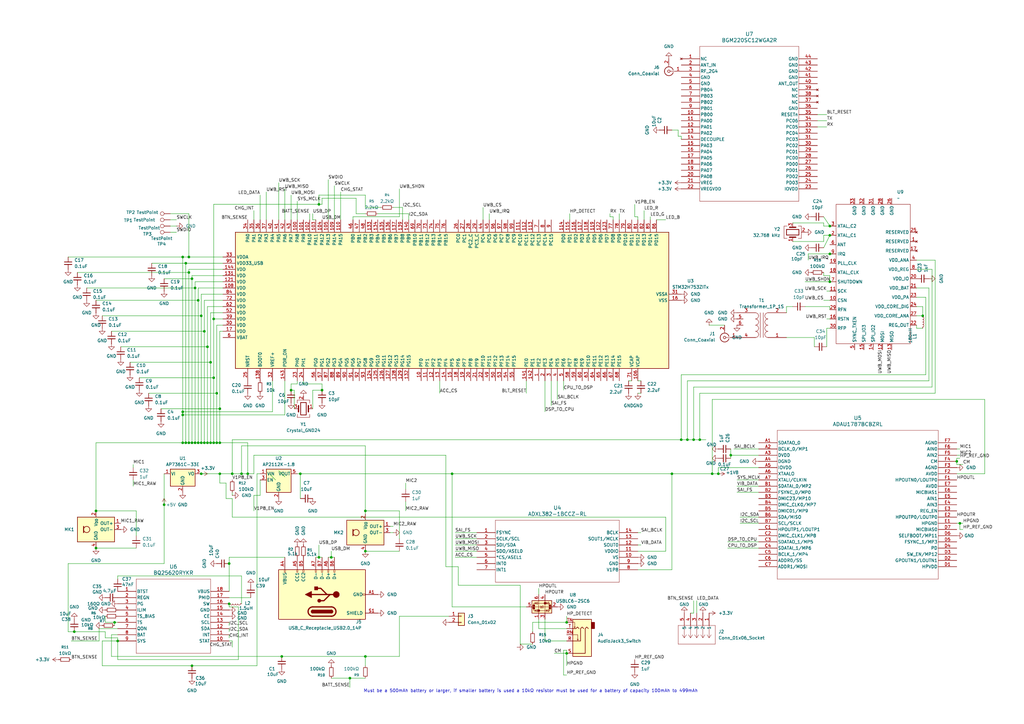
<source format=kicad_sch>
(kicad_sch (version 20250114) (generator "eeschema") (generator_version "9.0")
  (paper "A3")
  (lib_symbols
    (symbol "ADAU1787:ADAU1787BCBZRL" (pin_names (offset 0.254))
      (property "Reference" "U" (at 40.64 10.16 0))
      (property "Value" "ADAU1787BCBZRL" (at 40.64 7.62 0))
      (symbol "ADAU1787BCBZRL_0_1"
        (pin bidirectional line (at 0 0 0) (length 7.62) (name "SDATAO_0") (number "A1"))
        (pin bidirectional line (at 0 -2.54 0) (length 7.62) (name "BCLK_0/MP1") (number "A2"))
        (pin power_in line (at 0 -5.08 0) (length 7.62) (name "DVDD") (number "A3"))
        (pin power_out line (at 0 -7.62 0) (length 7.62) (name "DGND") (number "A4"))
        (pin power_in line (at 0 -10.16 0) (length 7.62) (name "IOVDD") (number "A5"))
        (pin output line (at 0 -12.7 0) (length 7.62) (name "XTAALO") (number "A6"))
        (pin input line (at 0 -15.24 0) (length 7.62) (name "XTALI/CLKIN") (number "A7"))
        (pin bidirectional line (at 0 -17.78 0) (length 7.62) (name "SDATAI_0/MP2") (number "B1"))
        (pin bidirectional line (at 0 -20.32 0) (length 7.62) (name "FSYNC_0/MP0") (number "B2"))
        (pin bidirectional line (at 0 -22.86 0) (length 7.62) (name "DMIC23/MP10") (number "B3"))
        (pin bidirectional line (at 0 -25.4 0) (length 7.62) (name "DMIC_CLK0/MP7") (number "B4"))
        (pin bidirectional line (at 0 -27.94 0) (length 7.62) (name "DMIC01/MP9") (number "B5"))
        (pin bidirectional line (at 0 -30.48 0) (length 7.62) (name "SDA/MISO") (number "B6"))
        (pin input line (at 0 -33.02 0) (length 7.62) (name "SCL/SCLK") (number "B7"))
        (pin output line (at 0 -35.56 0) (length 7.62) (name "HPOUTP1/LOUTP1") (number "C1"))
        (pin bidirectional line (at 0 -38.1 0) (length 7.62) (name "DMIC_CLK1/MP8") (number "C2"))
        (pin bidirectional line (at 0 -40.64 0) (length 7.62) (name "SDATAO_1/MP5") (number "C3"))
        (pin bidirectional line (at 0 -43.18 0) (length 7.62) (name "SDATAI_1/MP6") (number "C4"))
        (pin bidirectional line (at 0 -45.72 0) (length 7.62) (name "BCLK_1/MP4") (number "C5"))
        (pin input line (at 0 -48.26 0) (length 7.62) (name "ADDR0/SS") (number "C6"))
        (pin input line (at 0 -50.8 0) (length 7.62) (name "ADDR1/MOSI") (number "C7"))
        (pin power_out line (at 81.28 0 180) (length 7.62) (name "AGND") (number "F7"))
        (pin input line (at 81.28 -2.54 180) (length 7.62) (name "AIN0") (number "F6"))
        (pin input line (at 81.28 -5.08 180) (length 7.62) (name "AIN2") (number "F5"))
        (pin output line (at 81.28 -7.62 180) (length 7.62) (name "CM") (number "F4"))
        (pin power_out line (at 81.28 -10.16 180) (length 7.62) (name "AGND") (number "F3"))
        (pin power_in line (at 81.28 -12.7 180) (length 7.62) (name "AVDD") (number "F2"))
        (pin output line (at 81.28 -15.24 180) (length 7.62) (name "HPOUTN0/LOUTP0") (number "F1"))
        (pin power_in line (at 81.28 -17.78 180) (length 7.62) (name "AVDD") (number "E7"))
        (pin output line (at 81.28 -20.32 180) (length 7.62) (name "MICBIAS1") (number "E6"))
        (pin input line (at 81.28 -22.86 180) (length 7.62) (name "AIN1") (number "E5"))
        (pin input line (at 81.28 -25.4 180) (length 7.62) (name "AIN3") (number "E4"))
        (pin input line (at 81.28 -27.94 180) (length 7.62) (name "REG_EN") (number "E3"))
        (pin output line (at 81.28 -30.48 180) (length 7.62) (name "HPOUTP0/LOUTP0") (number "E2"))
        (pin power_out line (at 81.28 -33.02 180) (length 7.62) (name "HPGND") (number "E1"))
        (pin output line (at 81.28 -35.56 180) (length 7.62) (name "MICBIAS0") (number "D7"))
        (pin input line (at 81.28 -38.1 180) (length 7.62) (name "SELFBOOT/MP11") (number "D6"))
        (pin bidirectional line (at 81.28 -40.64 180) (length 7.62) (name "FSYNC_1/MP3") (number "D5"))
        (pin input line (at 81.28 -43.18 180) (length 7.62) (name "PD") (number "D4"))
        (pin input line (at 81.28 -45.72 180) (length 7.62) (name "SW_EN/MP12") (number "D3"))
        (pin output line (at 81.28 -48.26 180) (length 7.62) (name "GPOUTN1/LOUTN1") (number "D2"))
        (pin power_in line (at 81.28 -50.8 180) (length 7.62) (name "HPVDD") (number "D1"))
      )
    )
    (symbol "ADXL382:ADXL382-1BCCZ-RL" (pin_names (offset 0.254))
      (property "Reference" "U" (at 33.02 10.16 0))
      (property "Value" "ADXL382-1BCCZ-RL" (at 33.02 7.62 0))
      (symbol "ADXL382-1BCCZ-RL_0_1"
        (pin input line (at 0 0 0) (length 7.62) (name "FSYNC") (number "1"))
        (pin unspecified line (at 0 -2.54 0) (length 7.62) (name "SCLK/SCL") (number "2"))
        (pin input line (at 0 -5.08 0) (length 7.62) (name "SDI/SDA") (number "3"))
        (pin bidirectional line (at 0 -7.62 0) (length 7.62) (name "SDO/ASEL0") (number "4"))
        (pin input line (at 0 -10.16 0) (length 7.62) (name "*CS/ASEL1") (number "5"))
        (pin unspecified line (at 0 -12.7 0) (length 7.62) (name "INT0") (number "6"))
        (pin unspecified line (at 0 -15.24 0) (length 7.62) (name "INT1") (number "7"))
        (pin unspecified line (at 66.04 0 180) (length 7.62) (name "BCLK") (number "14"))
        (pin unspecified line (at 66.04 -2.54 180) (length 7.62) (name "SOUT1/MCLK") (number "13"))
        (pin output line (at 66.04 -5.08 180) (length 7.62) (name "SOUT0") (number "12"))
        (pin power_in line (at 66.04 -7.62 180) (length 7.62) (name "VDDIO") (number "11"))
        (pin power_in line (at 66.04 -10.16 180) (length 7.62) (name "VS") (number "10"))
        (pin power_out line (at 66.04 -12.7 180) (length 7.62) (name "GND") (number "9"))
        (pin power_in line (at 66.04 -15.24 180) (length 7.62) (name "V1P8") (number "8"))
      )
    )
    (symbol "ANC_Symbols:5034800540" (pin_names (offset 0.254))
      (property "Reference" "J" (at 8.89 6.35 0))
      (property "Value" "5034800540" (at 0 0 0))
      (symbol "5034800540_1_1"
        (pin unspecified line (at 0 0 0) (length 5.08) (name "1") (number "1"))
        (pin unspecified line (at 0 -2.54 0) (length 5.08) (name "2") (number "2"))
        (pin unspecified line (at 0 -5.08 0) (length 5.08) (name "3") (number "3"))
        (pin unspecified line (at 0 -7.62 0) (length 5.08) (name "4") (number "4"))
        (pin unspecified line (at 0 -10.16 0) (length 5.08) (name "5") (number "5"))
      )
      (symbol "5034800540_1_2"
        (pin unspecified line (at 0 0 0) (length 5.08) (name "1") (number "1"))
        (pin unspecified line (at 0 -2.54 0) (length 5.08) (name "2") (number "2"))
        (pin unspecified line (at 0 -5.08 0) (length 5.08) (name "3") (number "3"))
        (pin unspecified line (at 0 -7.62 0) (length 5.08) (name "4") (number "4"))
        (pin unspecified line (at 0 -10.16 0) (length 5.08) (name "5") (number "5"))
      )
    )
    (symbol "ANC_Symbols:BGM220SC12WGA2R" (pin_names (offset 0.254))
      (property "Reference" "U" (at 27.94 10.16 0))
      (property "Value" "BGM220SC12WGA2R" (at 27.94 7.62 0))
      (symbol "BGM220SC12WGA2R_0_1"
        (pin no_connect line (at 0 0 0) (length 7.62) (name "NC") (number "1"))
        (pin input line (at 0 -2.54 0) (length 7.62) (name "ANT_IN") (number "2"))
        (pin bidirectional line (at 0 -5.08 0) (length 7.62) (name "RF_2G4") (number "3"))
        (pin power_out line (at 0 -7.62 0) (length 7.62) (name "GND") (number "4"))
        (pin power_out line (at 0 -10.16 0) (length 7.62) (name "GND") (number "5"))
        (pin bidirectional line (at 0 -12.7 0) (length 7.62) (name "PB04") (number "6"))
        (pin bidirectional line (at 0 -15.24 0) (length 7.62) (name "PB03") (number "7"))
        (pin bidirectional line (at 0 -17.78 0) (length 7.62) (name "PB02") (number "8"))
        (pin bidirectional line (at 0 -20.32 0) (length 7.62) (name "PB01") (number "9"))
        (pin bidirectional line (at 0 -22.86 0) (length 7.62) (name "PB00") (number "10"))
        (pin bidirectional line (at 0 -25.4 0) (length 7.62) (name "PA00") (number "11"))
        (pin bidirectional line (at 0 -27.94 0) (length 7.62) (name "PA01") (number "12"))
        (pin bidirectional line (at 0 -30.48 0) (length 7.62) (name "PA02") (number "13"))
        (pin output line (at 0 -33.02 0) (length 7.62) (name "DECOUPLE") (number "14"))
        (pin bidirectional line (at 0 -35.56 0) (length 7.62) (name "PA03") (number "15"))
        (pin bidirectional line (at 0 -38.1 0) (length 7.62) (name "PA04") (number "16"))
        (pin bidirectional line (at 0 -40.64 0) (length 7.62) (name "PA05") (number "17"))
        (pin bidirectional line (at 0 -43.18 0) (length 7.62) (name "PA06") (number "18"))
        (pin bidirectional line (at 0 -45.72 0) (length 7.62) (name "PA07") (number "19"))
        (pin bidirectional line (at 0 -48.26 0) (length 7.62) (name "PA08") (number "20"))
        (pin power_in line (at 0 -50.8 0) (length 7.62) (name "VREG") (number "21"))
        (pin power_in line (at 0 -53.34 0) (length 7.62) (name "VREGVDD") (number "22"))
        (pin power_out line (at 55.88 0 180) (length 7.62) (name "GND") (number "44"))
        (pin power_out line (at 55.88 -2.54 180) (length 7.62) (name "GND") (number "43"))
        (pin power_out line (at 55.88 -5.08 180) (length 7.62) (name "GND") (number "42"))
        (pin power_out line (at 55.88 -7.62 180) (length 7.62) (name "GND") (number "41"))
        (pin output line (at 55.88 -10.16 180) (length 7.62) (name "ANT_OUT") (number "40"))
        (pin no_connect line (at 55.88 -12.7 180) (length 7.62) (name "NC") (number "39"))
        (pin no_connect line (at 55.88 -15.24 180) (length 7.62) (name "NC") (number "38"))
        (pin no_connect line (at 55.88 -17.78 180) (length 7.62) (name "NC") (number "37"))
        (pin power_out line (at 55.88 -20.32 180) (length 7.62) (name "GND") (number "36"))
        (pin input line (at 55.88 -22.86 180) (length 7.62) (name "RESETn") (number "35"))
        (pin bidirectional line (at 55.88 -25.4 180) (length 7.62) (name "PC06") (number "34"))
        (pin bidirectional line (at 55.88 -27.94 180) (length 7.62) (name "PC05") (number "33"))
        (pin bidirectional line (at 55.88 -30.48 180) (length 7.62) (name "PC04") (number "32"))
        (pin bidirectional line (at 55.88 -33.02 180) (length 7.62) (name "PC03") (number "31"))
        (pin bidirectional line (at 55.88 -35.56 180) (length 7.62) (name "PC02") (number "30"))
        (pin bidirectional line (at 55.88 -38.1 180) (length 7.62) (name "PC01") (number "29"))
        (pin bidirectional line (at 55.88 -40.64 180) (length 7.62) (name "PC00") (number "28"))
        (pin bidirectional line (at 55.88 -43.18 180) (length 7.62) (name "PD00") (number "27"))
        (pin bidirectional line (at 55.88 -45.72 180) (length 7.62) (name "PD01") (number "26"))
        (pin bidirectional line (at 55.88 -48.26 180) (length 7.62) (name "PD02") (number "25"))
        (pin bidirectional line (at 55.88 -50.8 180) (length 7.62) (name "PD03") (number "24"))
        (pin power_in line (at 55.88 -53.34 180) (length 7.62) (name "IOVDD") (number "23"))
      )
    )
    (symbol "ANC_Symbols:BQ25622RYKR" (pin_names (offset 0.254))
      (property "Reference" "U" (at 22.86 10.16 0))
      (property "Value" "BQ25622RYKR" (at 22.86 7.62 0))
      (symbol "BQ25622RYKR_0_1"
        (pin unspecified line (at 0 0 0) (length 7.62) (name "BTST") (number "1"))
        (pin unspecified line (at 0 -2.54 0) (length 7.62) (name "REGN") (number "2"))
        (pin unspecified line (at 0 -5.08 0) (length 7.62) (name "PG") (number "3"))
        (pin unspecified line (at 0 -7.62 0) (length 7.62) (name "ILIM") (number "4"))
        (pin unspecified line (at 0 -10.16 0) (length 7.62) (name "TS_BIAS") (number "5"))
        (pin unspecified line (at 0 -12.7 0) (length 7.62) (name "TS") (number "6"))
        (pin unspecified line (at 0 -15.24 0) (length 7.62) (name "QON") (number "7"))
        (pin unspecified line (at 0 -17.78 0) (length 7.62) (name "BAT") (number "8"))
        (pin unspecified line (at 0 -20.32 0) (length 7.62) (name "SYS") (number "9"))
        (pin unspecified line (at 45.72 0 180) (length 7.62) (name "VBUS") (number "18"))
        (pin unspecified line (at 45.72 -2.54 180) (length 7.62) (name "PMID") (number "17"))
        (pin unspecified line (at 45.72 -5.08 180) (length 7.62) (name "SW") (number "16"))
        (pin power_out line (at 45.72 -7.62 180) (length 7.62) (name "GND") (number "15"))
        (pin unspecified line (at 45.72 -10.16 180) (length 7.62) (name "CE") (number "14"))
        (pin unspecified line (at 45.72 -12.7 180) (length 7.62) (name "SCL") (number "13"))
        (pin unspecified line (at 45.72 -15.24 180) (length 7.62) (name "SDA") (number "12"))
        (pin input line (at 45.72 -17.78 180) (length 7.62) (name "INT") (number "11"))
        (pin unspecified line (at 45.72 -20.32 180) (length 7.62) (name "STAT") (number "10"))
      )
    )
    (symbol "ANC_Symbols:Spark_SR1120"
      (property "Reference" "U9" (at 5.9533 76.2 0))
      (property "Value" "~" (at 5.9533 73.66 0))
      (symbol "Spark_SR1120_0_0"
        (pin output line (at -21.59 62.23 0) (length 2.54) (name "XTAL_C2") (number "3"))
        (pin input line (at -21.59 58.42 0) (length 2.54) (name "XTAL_C1") (number "2"))
        (pin output line (at -21.59 54.61 0) (length 2.54) (name "ANT") (number "6"))
        (pin output line (at -21.59 46.99 0) (length 2.54) (name "PLL_CLK") (number "19"))
        (pin input line (at -21.59 43.18 0) (length 2.54) (name "XTAL_CLK") (number "18"))
        (pin input line (at -21.59 39.37 0) (length 2.54) (name "SHUTDOWN") (number "7"))
        (pin input line (at -21.59 35.56 0) (length 2.54) (name "SCK") (number "11"))
        (pin input line (at -21.59 31.75 0) (length 2.54) (name "CSN") (number "10"))
        (pin input line (at -21.59 27.94 0) (length 2.54) (name "RFN") (number "29"))
        (pin input line (at -21.59 24.13 0) (length 2.54) (name "RSTN") (number "16"))
        (pin output line (at -11.43 11.43 90) (length 2.54) (name "SYNC_TXEN") (number "5"))
        (pin unspecified line (at -7.62 11.43 90) (length 2.54) (name "SPI_IO3") (number "15"))
        (pin power_in line (at 0 73.66 270) (length 2.54) (name "GND") (number "28"))
        (pin bidirectional line (at 0 11.43 90) (length 2.54) (name "MOSI") (number "12"))
        (pin bidirectional line (at 3.81 11.43 90) (length 2.54) (name "MISO") (number "13"))
        (pin no_connect line (at 13.97 59.69 180) (length 2.54) (name "RESERVED") (number "25"))
        (pin no_connect line (at 13.97 55.88 180) (length 2.54) (name "RESERVED") (number "1"))
        (pin no_connect line (at 13.97 52.07 180) (length 2.54) (name "RESERVED") (number "17"))
        (pin power_in line (at 13.97 48.26 180) (length 2.54) (name "VDD_ANA") (number "4"))
        (pin power_in line (at 13.97 44.45 180) (length 2.54) (name "VDD_REG") (number "8"))
        (pin power_in line (at 13.97 40.64 180) (length 2.54) (name "VDD_IO") (number "20"))
        (pin power_in line (at 13.97 29.21 180) (length 2.54) (name "VDD_CORE_DIG") (number "24"))
        (pin power_in line (at 13.97 25.4 180) (length 2.54) (name "VDD_CORE_ANA") (number "27"))
        (pin power_out line (at 13.97 21.59 180) (length 2.54) (name "REG_OUT") (number "22"))
      )
      (symbol "Spark_SR1120_1_0"
        (pin output line (at -21.59 50.8 0) (length 2.54) (name "IRQ") (number "9"))
        (pin input line (at -21.59 20.32 0) (length 2.54) (name "RFP") (number "30"))
        (pin power_in line (at -11.43 73.66 270) (length 2.54) (name "GND") (number "33"))
        (pin power_in line (at -7.62 73.66 270) (length 2.54) (name "GND") (number "32"))
        (pin power_in line (at -3.81 73.66 270) (length 2.54) (name "GND") (number "31"))
        (pin bidirectional line (at -3.81 11.43 90) (length 2.54) (name "SPI_IO2") (number "14"))
        (pin power_in line (at 3.81 73.66 270) (length 2.54) (name "GND") (number "26"))
        (pin power_in line (at 13.97 36.83 180) (length 2.54) (name "VDD_BAT") (number "21"))
        (pin power_in line (at 13.97 33.02 180) (length 2.54) (name "VDD_PA") (number "23"))
      )
    )
    (symbol "Connector:Conn_Coaxial" (pin_names (offset 1.016) (hide yes))
      (property "Reference" "J" (at 0.254 3.048 0))
      (property "Value" "Conn_Coaxial" (at 2.921 0 90))
      (symbol "Conn_Coaxial_1_1"
        (pin passive line (at -5.08 0 0) (length 2.54) (name "In") (number "1"))
        (pin passive line (at 0 -5.08 90) (length 2.54) (name "Ext") (number "2"))
      )
    )
    (symbol "Connector:TestPoint" (pin_numbers (hide yes)) (pin_names (offset 0.762) (hide yes))
      (property "Reference" "TP" (at 0 6.858 0))
      (property "Value" "TestPoint" (at 0 5.08 0))
      (symbol "TestPoint_1_1"
        (pin passive line (at 0 0 90) (length 2.54) (name "1") (number "1"))
      )
    )
    (symbol "Connector:USB_C_Receptacle_USB2.0_14P" (pin_names (offset 1.016))
      (property "Reference" "J" (at 0 22.225 0))
      (property "Value" "USB_C_Receptacle_USB2.0_14P" (at 0 19.685 0))
      (symbol "USB_C_Receptacle_USB2.0_14P_1_1"
        (pin passive line (at -7.62 -22.86 90) (length 5.08) (name "SHIELD") (number "S1"))
        (pin passive line (at 0 -22.86 90) (length 5.08) (name "GND") (number "A1"))
        (pin passive line (at 0 -22.86 90) (length 5.08) (hide yes) (name "GND") (number "A12"))
        (pin passive line (at 0 -22.86 90) (length 5.08) (hide yes) (name "GND") (number "B1"))
        (pin passive line (at 0 -22.86 90) (length 5.08) (hide yes) (name "GND") (number "B12"))
        (pin passive line (at 15.24 15.24 180) (length 5.08) (name "VBUS") (number "A4"))
        (pin passive line (at 15.24 15.24 180) (length 5.08) (hide yes) (name "VBUS") (number "A9"))
        (pin passive line (at 15.24 15.24 180) (length 5.08) (hide yes) (name "VBUS") (number "B4"))
        (pin passive line (at 15.24 15.24 180) (length 5.08) (hide yes) (name "VBUS") (number "B9"))
        (pin bidirectional line (at 15.24 10.16 180) (length 5.08) (name "CC1") (number "A5"))
        (pin bidirectional line (at 15.24 7.62 180) (length 5.08) (name "CC2") (number "B5"))
        (pin bidirectional line (at 15.24 2.54 180) (length 5.08) (name "D-") (number "A7"))
        (pin bidirectional line (at 15.24 0 180) (length 5.08) (name "D-") (number "B7"))
        (pin bidirectional line (at 15.24 -2.54 180) (length 5.08) (name "D+") (number "A6"))
        (pin bidirectional line (at 15.24 -5.08 180) (length 5.08) (name "D+") (number "B6"))
      )
    )
    (symbol "Connector_Audio:AudioJack3_Switch"
      (property "Reference" "J4" (at -7.62 -2.5401 0))
      (property "Value" "AudioJack3_Switch" (at -7.62 -0.0001 0))
      (symbol "AudioJack3_Switch_1_1"
        (pin passive line (at 5.08 5.08 180) (length 2.54) (name "~") (number "S"))
        (pin passive line (at 5.08 0 180) (length 2.54) (name "~") (number "R"))
        (pin passive line (at 5.08 -2.54 180) (length 2.54) (name "~") (number "RN"))
        (pin passive line (at 5.08 -5.08 180) (length 2.54) (name "~") (number "T"))
        (pin passive line (at 5.08 -7.62 180) (length 2.54) (name "~") (number "TN"))
      )
    )
    (symbol "Connector_Generic:Conn_01x02" (pin_names (offset 1.016) (hide yes))
      (property "Reference" "J" (at 0 2.54 0))
      (property "Value" "Conn_01x02" (at 0 -5.08 0))
      (symbol "Conn_01x02_1_1"
        (pin passive line (at -5.08 0 0) (length 3.81) (name "Pin_1") (number "1"))
        (pin passive line (at -5.08 -2.54 0) (length 3.81) (name "Pin_2") (number "2"))
      )
    )
    (symbol "Device:C_Small" (pin_numbers (hide yes)) (pin_names (offset 0.254) (hide yes))
      (property "Reference" "C" (at 0.254 1.778 0))
      (property "Value" "C_Small" (at 0.254 -2.032 0))
      (symbol "C_Small_1_1"
        (pin passive line (at 0 2.54 270) (length 2.032) (name "~") (number "1"))
        (pin passive line (at 0 -2.54 90) (length 2.032) (name "~") (number "2"))
      )
    )
    (symbol "Device:Crystal_GND24" (pin_names (offset 1.016) (hide yes))
      (property "Reference" "Y" (at 3.175 5.08 0))
      (property "Value" "Crystal_GND24" (at 3.175 3.175 0))
      (symbol "Crystal_GND24_1_1"
        (pin passive line (at -3.81 0 0) (length 1.27) (name "1") (number "1"))
        (pin passive line (at 0 -5.08 90) (length 1.27) (name "G") (number "2"))
        (pin passive line (at 0 -5.08 90) (length 1.27) (hide yes) (name "G") (number "4"))
        (pin passive line (at 3.81 0 180) (length 1.27) (name "3") (number "3"))
      )
    )
    (symbol "Device:L_Small" (pin_numbers (hide yes)) (pin_names (offset 0.254) (hide yes))
      (property "Reference" "L" (at 0.762 1.016 0))
      (property "Value" "L_Small" (at 0.762 -1.016 0))
      (symbol "L_Small_1_1"
        (pin passive line (at 0 2.54 270) (length 0.508) (name "~") (number "1"))
        (pin passive line (at 0 -2.54 90) (length 0.508) (name "~") (number "2"))
      )
    )
    (symbol "Device:R_Small" (pin_numbers (hide yes)) (pin_names (offset 0.254) (hide yes))
      (property "Reference" "R" (at 0 0 90))
      (property "Value" "R_Small" (at 1.778 0 90))
      (symbol "R_Small_1_1"
        (pin passive line (at 0 2.54 270) (length 0.762) (name "~") (number "1"))
        (pin passive line (at 0 -2.54 90) (length 0.762) (name "~") (number "2"))
      )
    )
    (symbol "Device:Transformer_1P_1S" (pin_names (offset 1.016) (hide yes))
      (property "Reference" "T1" (at 0.0127 -10.16 0))
      (property "Value" "Transformer_1P_1S" (at 0.0127 -7.62 0))
      (symbol "Transformer_1P_1S_1_1"
        (pin passive line (at -10.16 5.08 0) (length 7.62) (name "AA") (number "1"))
        (pin passive line (at -10.16 -5.08 0) (length 7.62) (name "AB") (number "2"))
        (pin passive line (at 10.16 5.08 180) (length 7.62) (name "SB") (number "4"))
        (pin passive line (at 10.16 0 180) (length 2.54) (name "GND") (number "6"))
        (pin passive line (at 10.16 -2.54 180) (length 2.54) (name "GND") (number "5"))
        (pin passive line (at 10.16 -5.08 180) (length 7.62) (name "SA") (number "3"))
      )
    )
    (symbol "MCU_ST_STM32H7:STM32H753ZITx"
      (property "Reference" "U" (at -27.94 90.17 0))
      (property "Value" "STM32H753ZITx" (at 20.32 90.17 0))
      (symbol "STM32H753ZITx_1_1"
        (pin input line (at -33.02 83.82 0) (length 5.08) (name "NRST") (number "25"))
        (pin input line (at -33.02 78.74 0) (length 5.08) (name "BOOT0") (number "138"))
        (pin input line (at -33.02 73.66 0) (length 5.08) (name "VREF+") (number "32"))
        (pin input line (at -33.02 68.58 0) (length 5.08) (name "PDR_ON") (number "143"))
        (pin bidirectional line (at -33.02 63.5 0) (length 5.08) (name "PH0") (number "23"))
        (pin bidirectional line (at -33.02 60.96 0) (length 5.08) (name "PH1") (number "24"))
        (pin bidirectional line (at -33.02 55.88 0) (length 5.08) (name "PG0") (number "56"))
        (pin bidirectional line (at -33.02 53.34 0) (length 5.08) (name "PG1") (number "57"))
        (pin bidirectional line (at -33.02 50.8 0) (length 5.08) (name "PG2") (number "87"))
        (pin bidirectional line (at -33.02 48.26 0) (length 5.08) (name "PG3") (number "88"))
        (pin bidirectional line (at -33.02 45.72 0) (length 5.08) (name "PG4") (number "89"))
        (pin bidirectional line (at -33.02 43.18 0) (length 5.08) (name "PG5") (number "90"))
        (pin bidirectional line (at -33.02 40.64 0) (length 5.08) (name "PG6") (number "91"))
        (pin bidirectional line (at -33.02 38.1 0) (length 5.08) (name "PG7") (number "92"))
        (pin bidirectional line (at -33.02 35.56 0) (length 5.08) (name "PG8") (number "93"))
        (pin bidirectional line (at -33.02 33.02 0) (length 5.08) (name "PG9") (number "124"))
        (pin bidirectional line (at -33.02 30.48 0) (length 5.08) (name "PG10") (number "125"))
        (pin bidirectional line (at -33.02 27.94 0) (length 5.08) (name "PG11") (number "126"))
        (pin bidirectional line (at -33.02 25.4 0) (length 5.08) (name "PG12") (number "127"))
        (pin bidirectional line (at -33.02 22.86 0) (length 5.08) (name "PG13") (number "128"))
        (pin bidirectional line (at -33.02 20.32 0) (length 5.08) (name "PG14") (number "129"))
        (pin bidirectional line (at -33.02 17.78 0) (length 5.08) (name "PG15") (number "132"))
        (pin bidirectional line (at -33.02 12.7 0) (length 5.08) (name "PF0") (number "10"))
        (pin bidirectional line (at -33.02 10.16 0) (length 5.08) (name "PF1") (number "11"))
        (pin bidirectional line (at -33.02 7.62 0) (length 5.08) (name "PF2") (number "12"))
        (pin bidirectional line (at -33.02 5.08 0) (length 5.08) (name "PF3") (number "13"))
        (pin bidirectional line (at -33.02 2.54 0) (length 5.08) (name "PF4") (number "14"))
        (pin bidirectional line (at -33.02 0 0) (length 5.08) (name "PF5") (number "15"))
        (pin bidirectional line (at -33.02 -2.54 0) (length 5.08) (name "PF6") (number "18"))
        (pin bidirectional line (at -33.02 -5.08 0) (length 5.08) (name "PF7") (number "19"))
        (pin bidirectional line (at -33.02 -7.62 0) (length 5.08) (name "PF8") (number "20"))
        (pin bidirectional line (at -33.02 -10.16 0) (length 5.08) (name "PF9") (number "21"))
        (pin bidirectional line (at -33.02 -12.7 0) (length 5.08) (name "PF10") (number "22"))
        (pin bidirectional line (at -33.02 -15.24 0) (length 5.08) (name "PF11") (number "49"))
        (pin bidirectional line (at -33.02 -17.78 0) (length 5.08) (name "PF12") (number "50"))
        (pin bidirectional line (at -33.02 -20.32 0) (length 5.08) (name "PF13") (number "53"))
        (pin bidirectional line (at -33.02 -22.86 0) (length 5.08) (name "PF14") (number "54"))
        (pin bidirectional line (at -33.02 -25.4 0) (length 5.08) (name "PF15") (number "55"))
        (pin bidirectional line (at -33.02 -30.48 0) (length 5.08) (name "PE0") (number "141"))
        (pin bidirectional line (at -33.02 -33.02 0) (length 5.08) (name "PE1") (number "142"))
        (pin bidirectional line (at -33.02 -35.56 0) (length 5.08) (name "PE2") (number "1"))
        (pin bidirectional line (at -33.02 -38.1 0) (length 5.08) (name "PE3") (number "2"))
        (pin bidirectional line (at -33.02 -40.64 0) (length 5.08) (name "PE4") (number "3"))
        (pin bidirectional line (at -33.02 -43.18 0) (length 5.08) (name "PE5") (number "4"))
        (pin bidirectional line (at -33.02 -45.72 0) (length 5.08) (name "PE6") (number "5"))
        (pin bidirectional line (at -33.02 -48.26 0) (length 5.08) (name "PE7") (number "58"))
        (pin bidirectional line (at -33.02 -50.8 0) (length 5.08) (name "PE8") (number "59"))
        (pin bidirectional line (at -33.02 -53.34 0) (length 5.08) (name "PE9") (number "60"))
        (pin bidirectional line (at -33.02 -55.88 0) (length 5.08) (name "PE10") (number "63"))
        (pin bidirectional line (at -33.02 -58.42 0) (length 5.08) (name "PE11") (number "64"))
        (pin bidirectional line (at -33.02 -60.96 0) (length 5.08) (name "PE12") (number "65"))
        (pin bidirectional line (at -33.02 -63.5 0) (length 5.08) (name "PE13") (number "66"))
        (pin bidirectional line (at -33.02 -66.04 0) (length 5.08) (name "PE14") (number "67"))
        (pin bidirectional line (at -33.02 -68.58 0) (length 5.08) (name "PE15") (number "68"))
        (pin power_out line (at -33.02 -73.66 0) (length 5.08) (name "VCAP") (number "71"))
        (pin power_out line (at -33.02 -76.2 0) (length 5.08) (name "VCAP") (number "106"))
        (pin power_in line (at -15.24 93.98 270) (length 5.08) (name "VBAT") (number "6"))
        (pin power_in line (at -12.7 93.98 270) (length 5.08) (name "VDD") (number "17"))
        (pin power_in line (at -10.16 93.98 270) (length 5.08) (name "VDD") (number "30"))
        (pin power_in line (at -7.62 93.98 270) (length 5.08) (name "VDD") (number "39"))
        (pin power_in line (at -5.08 93.98 270) (length 5.08) (name "VDD") (number "52"))
        (pin power_in line (at -2.54 93.98 270) (length 5.08) (name "VDD") (number "62"))
        (pin power_in line (at 0 93.98 270) (length 5.08) (name "VDD") (number "72"))
        (pin passive line (at 0 -93.98 90) (length 5.08) (hide yes) (name "VSS") (number "107"))
        (pin passive line (at 0 -93.98 90) (length 5.08) (hide yes) (name "VSS") (number "120"))
        (pin passive line (at 0 -93.98 90) (length 5.08) (hide yes) (name "VSS") (number "130"))
        (pin power_in line (at 0 -93.98 90) (length 5.08) (name "VSS") (number "16"))
        (pin passive line (at 0 -93.98 90) (length 5.08) (hide yes) (name "VSS") (number "38"))
        (pin passive line (at 0 -93.98 90) (length 5.08) (hide yes) (name "VSS") (number "51"))
        (pin passive line (at 0 -93.98 90) (length 5.08) (hide yes) (name "VSS") (number "61"))
        (pin passive line (at 0 -93.98 90) (length 5.08) (hide yes) (name "VSS") (number "83"))
        (pin passive line (at 0 -93.98 90) (length 5.08) (hide yes) (name "VSS") (number "94"))
        (pin power_in line (at 2.54 93.98 270) (length 5.08) (name "VDD") (number "84"))
        (pin power_in line (at 2.54 -93.98 90) (length 5.08) (name "VSSA") (number "31"))
        (pin power_in line (at 5.08 93.98 270) (length 5.08) (name "VDD") (number "108"))
        (pin power_in line (at 7.62 93.98 270) (length 5.08) (name "VDD") (number "121"))
        (pin power_in line (at 10.16 93.98 270) (length 5.08) (name "VDD") (number "131"))
        (pin power_in line (at 12.7 93.98 270) (length 5.08) (name "VDD") (number "144"))
        (pin power_in line (at 15.24 93.98 270) (length 5.08) (name "VDD33_USB") (number "95"))
        (pin power_in line (at 17.78 93.98 270) (length 5.08) (name "VDDA") (number "33"))
        (pin bidirectional line (at 33.02 83.82 180) (length 5.08) (name "PA0") (number "34"))
        (pin bidirectional line (at 33.02 81.28 180) (length 5.08) (name "PA1") (number "35"))
        (pin bidirectional line (at 33.02 78.74 180) (length 5.08) (name "PA2") (number "36"))
        (pin bidirectional line (at 33.02 76.2 180) (length 5.08) (name "PA3") (number "37"))
        (pin bidirectional line (at 33.02 73.66 180) (length 5.08) (name "PA4") (number "40"))
        (pin bidirectional line (at 33.02 71.12 180) (length 5.08) (name "PA5") (number "41"))
        (pin bidirectional line (at 33.02 68.58 180) (length 5.08) (name "PA6") (number "42"))
        (pin bidirectional line (at 33.02 66.04 180) (length 5.08) (name "PA7") (number "43"))
        (pin bidirectional line (at 33.02 63.5 180) (length 5.08) (name "PA8") (number "100"))
        (pin bidirectional line (at 33.02 60.96 180) (length 5.08) (name "PA9") (number "101"))
        (pin bidirectional line (at 33.02 58.42 180) (length 5.08) (name "PA10") (number "102"))
        (pin bidirectional line (at 33.02 55.88 180) (length 5.08) (name "PA11") (number "103"))
        (pin bidirectional line (at 33.02 53.34 180) (length 5.08) (name "PA12") (number "104"))
        (pin bidirectional line (at 33.02 50.8 180) (length 5.08) (name "PA13") (number "105"))
        (pin bidirectional line (at 33.02 48.26 180) (length 5.08) (name "PA14") (number "109"))
        (pin bidirectional line (at 33.02 45.72 180) (length 5.08) (name "PA15") (number "110"))
        (pin bidirectional line (at 33.02 40.64 180) (length 5.08) (name "PB0") (number "46"))
        (pin bidirectional line (at 33.02 38.1 180) (length 5.08) (name "PB1") (number "47"))
        (pin bidirectional line (at 33.02 35.56 180) (length 5.08) (name "PB2") (number "48"))
        (pin bidirectional line (at 33.02 33.02 180) (length 5.08) (name "PB3") (number "133"))
        (pin bidirectional line (at 33.02 30.48 180) (length 5.08) (name "PB4") (number "134"))
        (pin bidirectional line (at 33.02 27.94 180) (length 5.08) (name "PB5") (number "135"))
        (pin bidirectional line (at 33.02 25.4 180) (length 5.08) (name "PB6") (number "136"))
        (pin bidirectional line (at 33.02 22.86 180) (length 5.08) (name "PB7") (number "137"))
        (pin bidirectional line (at 33.02 20.32 180) (length 5.08) (name "PB8") (number "139"))
        (pin bidirectional line (at 33.02 17.78 180) (length 5.08) (name "PB9") (number "140"))
        (pin bidirectional line (at 33.02 15.24 180) (length 5.08) (name "PB10") (number "69"))
        (pin bidirectional line (at 33.02 12.7 180) (length 5.08) (name "PB11") (number "70"))
        (pin bidirectional line (at 33.02 10.16 180) (length 5.08) (name "PB12") (number "73"))
        (pin bidirectional line (at 33.02 7.62 180) (length 5.08) (name "PB13") (number "74"))
        (pin bidirectional line (at 33.02 5.08 180) (length 5.08) (name "PB14") (number "75"))
        (pin bidirectional line (at 33.02 2.54 180) (length 5.08) (name "PB15") (number "76"))
        (pin bidirectional line (at 33.02 -2.54 180) (length 5.08) (name "PC0") (number "26"))
        (pin bidirectional line (at 33.02 -5.08 180) (length 5.08) (name "PC1") (number "27"))
        (pin bidirectional line (at 33.02 -7.62 180) (length 5.08) (name "PC2_C") (number "28"))
        (pin bidirectional line (at 33.02 -10.16 180) (length 5.08) (name "PC3_C") (number "29"))
        (pin bidirectional line (at 33.02 -12.7 180) (length 5.08) (name "PC4") (number "44"))
        (pin bidirectional line (at 33.02 -15.24 180) (length 5.08) (name "PC5") (number "45"))
        (pin bidirectional line (at 33.02 -17.78 180) (length 5.08) (name "PC6") (number "96"))
        (pin bidirectional line (at 33.02 -20.32 180) (length 5.08) (name "PC7") (number "97"))
        (pin bidirectional line (at 33.02 -22.86 180) (length 5.08) (name "PC8") (number "98"))
        (pin bidirectional line (at 33.02 -25.4 180) (length 5.08) (name "PC9") (number "99"))
        (pin bidirectional line (at 33.02 -27.94 180) (length 5.08) (name "PC10") (number "111"))
        (pin bidirectional line (at 33.02 -30.48 180) (length 5.08) (name "PC11") (number "112"))
        (pin bidirectional line (at 33.02 -33.02 180) (length 5.08) (name "PC12") (number "113"))
        (pin bidirectional line (at 33.02 -35.56 180) (length 5.08) (name "PC13") (number "7"))
        (pin bidirectional line (at 33.02 -38.1 180) (length 5.08) (name "PC14") (number "8"))
        (pin bidirectional line (at 33.02 -40.64 180) (length 5.08) (name "PC15") (number "9"))
        (pin bidirectional line (at 33.02 -45.72 180) (length 5.08) (name "PD0") (number "114"))
        (pin bidirectional line (at 33.02 -48.26 180) (length 5.08) (name "PD1") (number "115"))
        (pin bidirectional line (at 33.02 -50.8 180) (length 5.08) (name "PD2") (number "116"))
        (pin bidirectional line (at 33.02 -53.34 180) (length 5.08) (name "PD3") (number "117"))
        (pin bidirectional line (at 33.02 -55.88 180) (length 5.08) (name "PD4") (number "118"))
        (pin bidirectional line (at 33.02 -58.42 180) (length 5.08) (name "PD5") (number "119"))
        (pin bidirectional line (at 33.02 -60.96 180) (length 5.08) (name "PD6") (number "122"))
        (pin bidirectional line (at 33.02 -63.5 180) (length 5.08) (name "PD7") (number "123"))
        (pin bidirectional line (at 33.02 -66.04 180) (length 5.08) (name "PD8") (number "77"))
        (pin bidirectional line (at 33.02 -68.58 180) (length 5.08) (name "PD9") (number "78"))
        (pin bidirectional line (at 33.02 -71.12 180) (length 5.08) (name "PD10") (number "79"))
        (pin bidirectional line (at 33.02 -73.66 180) (length 5.08) (name "PD11") (number "80"))
        (pin bidirectional line (at 33.02 -76.2 180) (length 5.08) (name "PD12") (number "81"))
        (pin bidirectional line (at 33.02 -78.74 180) (length 5.08) (name "PD13") (number "82"))
        (pin bidirectional line (at 33.02 -81.28 180) (length 5.08) (name "PD14") (number "85"))
        (pin bidirectional line (at 33.02 -83.82 180) (length 5.08) (name "PD15") (number "86"))
      )
    )
    (symbol "Power_Protection:USBLC6-2SC6" (pin_names (hide yes))
      (property "Reference" "U" (at 0.635 5.715 0))
      (property "Value" "USBLC6-2SC6" (at 0.635 3.81 0))
      (symbol "USBLC6-2SC6_1_1"
        (pin passive line (at -5.08 0 0) (length 2.54) (name "I/O1") (number "1"))
        (pin passive line (at -5.08 -2.54 0) (length 2.54) (name "I/O2") (number "3"))
        (pin passive line (at 0 5.08 270) (length 2.54) (name "VBUS") (number "5"))
        (pin passive line (at 0 -7.62 90) (length 2.54) (name "GND") (number "2"))
        (pin passive line (at 5.08 0 180) (length 2.54) (name "I/O1") (number "6"))
        (pin passive line (at 5.08 -2.54 180) (length 2.54) (name "I/O2") (number "4"))
      )
    )
    (symbol "Regulator_Linear:AP2112K-1.8" (pin_names (offset 0.254))
      (property "Reference" "U" (at -5.08 5.715 0))
      (property "Value" "AP2112K-1.8" (at 0 5.715 0))
      (symbol "AP2112K-1.8_1_1"
        (pin power_in line (at -7.62 2.54 0) (length 2.54) (name "VIN") (number "1"))
        (pin input line (at -7.62 0 0) (length 2.54) (name "EN") (number "3"))
        (pin power_in line (at 0 -7.62 90) (length 2.54) (name "GND") (number "2"))
        (pin no_connect line (at 5.08 0 180) (length 2.54) (hide yes) (name "NC") (number "4"))
        (pin power_out line (at 7.62 2.54 180) (length 2.54) (name "VOUT") (number "5"))
      )
    )
    (symbol "Regulator_Linear:AP7361C-33E" (pin_names (offset 0.254))
      (property "Reference" "U" (at -3.81 3.175 0))
      (property "Value" "AP7361C-33E" (at 0 3.175 0))
      (symbol "AP7361C-33E_1_1"
        (pin power_in line (at -7.62 0 0) (length 2.54) (name "VI") (number "1"))
        (pin power_in line (at 0 -7.62 90) (length 2.54) (name "GND") (number "2"))
        (pin power_out line (at 7.62 0 180) (length 2.54) (name "VO") (number "3"))
      )
    )
    (symbol "Sensor_Audio:IM73A135V01"
      (property "Reference" "MK" (at 5.08 6.35 0))
      (property "Value" "IM73A135V01" (at 11.43 -6.35 0))
      (symbol "IM73A135V01_1_1"
        (pin power_in line (at 0 7.62 270) (length 2.54) (name "V_{DD}") (number "2"))
        (pin power_in line (at 0 -7.62 90) (length 2.54) (name "GND") (number "4"))
        (pin passive line (at 0 -7.62 90) (length 2.54) (hide yes) (name "GND") (number "5"))
        (pin output line (at 10.16 2.54 180) (length 2.54) (name "OUT+") (number "1"))
        (pin output line (at 10.16 0 180) (length 2.54) (name "OUT-") (number "3"))
      )
    )
    (symbol "power:+1V8" (power) (pin_numbers (hide yes)) (pin_names (offset 0) (hide yes))
      (property "Value" "+1V8" (at 0 3.556 0))
      (symbol "+1V8_1_1"
        (pin power_in line (at 0 0 90) (length 0) (name "~") (number "1"))
      )
    )
    (symbol "power:+3.3V" (power) (pin_numbers (hide yes)) (pin_names (offset 0) (hide yes))
      (property "Value" "+3.3V" (at 0 3.556 0))
      (symbol "+3.3V_1_1"
        (pin power_in line (at 0 0 90) (length 0) (name "~") (number "1"))
      )
    )
    (symbol "power:+5V" (power) (pin_numbers (hide yes)) (pin_names (offset 0) (hide yes))
      (property "Value" "+5V" (at 0 3.556 0))
      (symbol "+5V_1_1"
        (pin power_in line (at 0 0 90) (length 0) (name "~") (number "1"))
      )
    )
    (symbol "power:GND" (power) (pin_numbers (hide yes)) (pin_names (offset 0) (hide yes))
      (property "Value" "GND" (at 0 -3.81 0))
      (symbol "GND_1_1"
        (pin power_in line (at 0 0 270) (length 0) (name "~") (number "1"))
      )
    )
  )
  (text "Must be a 500mAh battery or larger, if smaller battery is used a 10kΩ resistor must be used for a battery of capacity 100mAh to 499mAh" (at 217.678 283.464 0) (effects (font (size 1.27 1.27))))
  (junction (at 78.74 114.3))
  (junction (at 130.81 228.6))
  (junction (at 392.43 189.23))
  (junction (at 340.36 115.57))
  (junction (at 149.86 226.06))
  (junction (at 101.6 194.31))
  (junction (at 90.17 181.61))
  (junction (at 82.55 181.61))
  (junction (at 149.86 269.24))
  (junction (at 82.55 194.31))
  (junction (at 83.82 181.61))
  (junction (at 284.48 180.34))
  (junction (at 74.93 105.41))
  (junction (at 83.82 135.89))
  (junction (at 115.57 269.24))
  (junction (at 279.4 180.34))
  (junction (at 378.46 129.54))
  (junction (at 81.28 181.61))
  (junction (at 30.48 259.08))
  (junction (at 340.36 96.52))
  (junction (at 85.09 142.24))
  (junction (at 77.47 111.76))
  (junction (at 88.9 181.61))
  (junction (at 294.64 194.31))
  (junction (at 275.59 194.31))
  (junction (at 67.31 207.01))
  (junction (at 149.86 209.55))
  (junction (at 74.93 181.61))
  (junction (at 39.37 224.79))
  (junction (at 287.02 180.34))
  (junction (at 393.7 214.63))
  (junction (at 81.28 123.19))
  (junction (at 87.63 154.94))
  (junction (at 87.63 130.81))
  (junction (at 143.51 278.13))
  (junction (at 340.36 92.71))
  (junction (at 299.72 186.69))
  (junction (at 99.06 194.31))
  (junction (at 135.89 228.6))
  (junction (at 88.9 161.29))
  (junction (at 85.09 181.61))
  (junction (at 119.38 160.02))
  (junction (at 93.98 231.14))
  (junction (at 130.81 83.82))
  (junction (at 132.08 160.02))
  (junction (at 80.01 118.11))
  (junction (at 87.63 181.61))
  (junction (at 82.55 129.54))
  (junction (at 78.74 181.61))
  (junction (at 48.26 262.89))
  (junction (at 340.36 104.14))
  (junction (at 74.93 170.18))
  (junction (at 86.36 148.59))
  (junction (at 281.94 180.34))
  (junction (at 95.25 194.31))
  (junction (at 39.37 209.55))
  (junction (at 78.74 273.05))
  (junction (at 185.42 194.31))
  (junction (at 76.2 107.95))
  (junction (at 90.17 194.31))
  (junction (at 80.01 181.61))
  (junction (at 90.17 167.64))
  (junction (at 77.47 181.61))
  (junction (at 93.98 247.65))
  (junction (at 74.93 168.91))
  (junction (at 232.41 267.97))
  (junction (at 46.99 255.27))
  (junction (at 86.36 181.61))
  (junction (at 232.41 255.27))
  (junction (at 77.47 105.41))
  (junction (at 76.2 181.61))
  (junction (at 123.19 194.31))
  (junction (at 292.1 194.31))
  (bus_entry (at 114.3 193.04) (size 2.54 2.54))
  (bus_entry (at 110.49 194.31) (size 2.54 2.54))
  (wire (pts (xy 163.83 209.55) (xy 149.86 209.55)))
  (wire (pts (xy 337.82 92.71) (xy 340.36 92.71)))
  (wire (pts (xy 124.46 157.48) (xy 132.08 157.48)))
  (wire (pts (xy 261.62 226.06) (xy 273.05 226.06)))
  (wire (pts (xy 186.69 218.44) (xy 195.58 218.44)))
  (wire (pts (xy 43.18 261.62) (xy 48.26 261.62)))
  (wire (pts (xy 182.88 232.41) (xy 182.88 186.69)))
  (wire (pts (xy 250.19 88.9) (xy 251.46 88.9)))
  (wire (pts (xy 105.41 194.31) (xy 105.41 273.05)))
  (wire (pts (xy 223.52 156.21) (xy 223.52 168.91)))
  (wire (pts (xy 93.98 231.14) (xy 93.98 242.57)))
  (wire (pts (xy 279.4 180.34) (xy 281.94 180.34)))
  (wire (pts (xy 99.06 182.88) (xy 149.86 182.88)))
  (wire (pts (xy 43.18 255.27) (xy 46.99 255.27)))
  (wire (pts (xy 85.09 125.73) (xy 85.09 142.24)))
  (wire (pts (xy 123.19 204.47) (xy 123.19 194.31)))
  (wire (pts (xy 392.43 194.31) (xy 403.86 194.31)))
  (wire (pts (xy 262.89 156.21) (xy 261.62 156.21)))
  (wire (pts (xy 83.82 135.89) (xy 83.82 181.61)))
  (wire (pts (xy 382.27 158.75) (xy 382.27 110.49)))
  (wire (pts (xy 91.44 113.03) (xy 78.74 113.03)))
  (wire (pts (xy 135.89 228.6) (xy 137.16 228.6)))
  (wire (pts (xy 57.15 154.94) (xy 87.63 154.94)))
  (wire (pts (xy 382.27 110.49) (xy 375.92 110.49)))
  (wire (pts (xy 163.83 252.73) (xy 163.83 269.24)))
  (wire (pts (xy 394.97 214.63) (xy 393.7 214.63)))
  (wire (pts (xy 339.09 134.62) (xy 340.36 134.62)))
  (wire (pts (xy 149.86 80.01) (xy 130.81 80.01)))
  (wire (pts (xy 116.84 156.21) (xy 116.84 170.18)))
  (wire (pts (xy 392.43 190.5) (xy 392.43 189.23)))
  (wire (pts (xy 223.52 262.89) (xy 223.52 254)))
  (wire (pts (xy 227.33 267.97) (xy 232.41 267.97)))
  (wire (pts (xy 287.02 161.29) (xy 383.54 161.29)))
  (wire (pts (xy 232.41 257.81) (xy 220.98 257.81)))
  (wire (pts (xy 260.35 88.9) (xy 261.62 88.9)))
  (wire (pts (xy 302.26 199.39) (xy 311.15 199.39)))
  (wire (pts (xy 300.99 184.15) (xy 311.15 184.15)))
  (wire (pts (xy 99.06 194.31) (xy 101.6 194.31)))
  (wire (pts (xy 381 118.11) (xy 381 156.21)))
  (wire (pts (xy 91.44 118.11) (xy 81.28 118.11)))
  (wire (pts (xy 27.94 259.08) (xy 30.48 259.08)))
  (wire (pts (xy 109.22 78.74) (xy 109.22 90.17)))
  (wire (pts (xy 81.28 123.19) (xy 81.28 181.61)))
  (wire (pts (xy 93.98 245.11) (xy 102.87 245.11)))
  (wire (pts (xy 93.98 256.54) (xy 93.98 255.27)))
  (wire (pts (xy 95.25 212.09) (xy 95.25 204.47)))
  (wire (pts (xy 115.57 269.24) (xy 149.86 269.24)))
  (wire (pts (xy 337.82 123.19) (xy 340.36 123.19)))
  (wire (pts (xy 330.2 115.57) (xy 340.36 115.57)))
  (wire (pts (xy 281.94 180.34) (xy 284.48 180.34)))
  (wire (pts (xy 163.83 220.98) (xy 163.83 209.55)))
  (wire (pts (xy 123.19 194.31) (xy 185.42 194.31)))
  (wire (pts (xy 48.26 237.49) (xy 48.26 236.22)))
  (wire (pts (xy 91.44 120.65) (xy 82.55 120.65)))
  (wire (pts (xy 39.37 123.19) (xy 81.28 123.19)))
  (wire (pts (xy 69.85 90.17) (xy 72.39 90.17)))
  (wire (pts (xy 298.45 222.25) (xy 311.15 222.25)))
  (wire (pts (xy 81.28 118.11) (xy 81.28 123.19)))
  (wire (pts (xy 82.55 181.61) (xy 83.82 181.61)))
  (wire (pts (xy 341.63 104.14) (xy 340.36 104.14)))
  (wire (pts (xy 394.97 190.5) (xy 392.43 190.5)))
  (wire (pts (xy 273.05 212.09) (xy 95.25 212.09)))
  (wire (pts (xy 130.81 223.52) (xy 130.81 228.6)))
  (wire (pts (xy 165.1 85.09) (xy 161.29 85.09)))
  (wire (pts (xy 80.01 118.11) (xy 80.01 181.61)))
  (wire (pts (xy 165.1 85.09) (xy 165.1 90.17)))
  (wire (pts (xy 330.2 125.73) (xy 340.36 125.73)))
  (wire (pts (xy 232.41 252.73) (xy 232.41 255.27)))
  (wire (pts (xy 77.47 110.49) (xy 77.47 111.76)))
  (wire (pts (xy 180.34 161.29) (xy 180.34 156.21)))
  (wire (pts (xy 30.48 259.08) (xy 43.18 259.08)))
  (wire (pts (xy 86.36 128.27) (xy 86.36 148.59)))
  (wire (pts (xy 232.41 276.86) (xy 231.14 276.86)))
  (wire (pts (xy 149.86 269.24) (xy 149.86 273.05)))
  (wire (pts (xy 337.82 91.44) (xy 337.82 92.71)))
  (wire (pts (xy 266.7 88.9) (xy 266.7 90.17)))
  (wire (pts (xy 121.92 156.21) (xy 121.92 157.48)))
  (wire (pts (xy 60.96 161.29) (xy 88.9 161.29)))
  (wire (pts (xy 378.46 125.73) (xy 378.46 129.54)))
  (wire (pts (xy 337.82 113.03) (xy 340.36 113.03)))
  (wire (pts (xy 337.82 88.9) (xy 340.36 92.71)))
  (wire (pts (xy 337.82 101.6) (xy 340.36 96.52)))
  (wire (pts (xy 298.45 224.79) (xy 311.15 224.79)))
  (wire (pts (xy 233.68 87.63) (xy 233.68 90.17)))
  (wire (pts (xy 128.27 160.02) (xy 132.08 160.02)))
  (wire (pts (xy 95.25 262.89) (xy 95.25 265.43)))
  (wire (pts (xy 403.86 194.31) (xy 403.86 163.83)))
  (wire (pts (xy 161.29 215.9) (xy 160.02 215.9)))
  (wire (pts (xy 69.85 92.71) (xy 72.39 92.71)))
  (wire (pts (xy 95.25 203.2) (xy 95.25 201.93)))
  (wire (pts (xy 228.6 163.83) (xy 228.6 156.21)))
  (wire (pts (xy 292.1 194.31) (xy 294.64 194.31)))
  (wire (pts (xy 90.17 135.89) (xy 90.17 167.64)))
  (wire (pts (xy 275.59 194.31) (xy 292.1 194.31)))
  (wire (pts (xy 93.98 261.62) (xy 93.98 260.35)))
  (wire (pts (xy 149.86 182.88) (xy 149.86 209.55)))
  (wire (pts (xy 81.28 181.61) (xy 82.55 181.61)))
  (wire (pts (xy 149.86 209.55) (xy 149.86 210.82)))
  (wire (pts (xy 27.94 231.14) (xy 27.94 259.08)))
  (wire (pts (xy 83.82 181.61) (xy 85.09 181.61)))
  (wire (pts (xy 87.63 130.81) (xy 87.63 154.94)))
  (wire (pts (xy 80.01 115.57) (xy 80.01 118.11)))
  (wire (pts (xy 85.09 142.24) (xy 85.09 181.61)))
  (wire (pts (xy 87.63 154.94) (xy 87.63 181.61)))
  (wire (pts (xy 322.58 138.43) (xy 334.01 138.43)))
  (wire (pts (xy 257.81 156.21) (xy 259.08 156.21)))
  (wire (pts (xy 262.89 218.44) (xy 261.62 218.44)))
  (wire (pts (xy 322.58 128.27) (xy 322.58 125.73)))
  (wire (pts (xy 213.36 264.16) (xy 213.36 240.03)))
  (wire (pts (xy 149.86 87.63) (xy 146.05 87.63)))
  (wire (pts (xy 339.09 49.53) (xy 335.28 49.53)))
  (wire (pts (xy 111.76 156.21) (xy 111.76 168.91)))
  (wire (pts (xy 340.36 125.73) (xy 340.36 127)))
  (wire (pts (xy 91.44 107.95) (xy 76.2 107.95)))
  (wire (pts (xy 186.69 226.06) (xy 195.58 226.06)))
  (wire (pts (xy 340.36 113.03) (xy 340.36 115.57)))
  (wire (pts (xy 231.14 266.7) (xy 232.41 266.7)))
  (wire (pts (xy 284.48 246.38) (xy 284.48 251.46)))
  (wire (pts (xy 48.26 270.51) (xy 48.26 262.89)))
  (wire (pts (xy 393.7 186.69) (xy 392.43 186.69)))
  (wire (pts (xy 299.72 186.69) (xy 311.15 186.69)))
  (wire (pts (xy 82.55 120.65) (xy 82.55 129.54)))
  (wire (pts (xy 284.48 180.34) (xy 287.02 180.34)))
  (wire (pts (xy 322.58 125.73) (xy 325.12 125.73)))
  (wire (pts (xy 82.55 194.31) (xy 90.17 194.31)))
  (wire (pts (xy 95.25 194.31) (xy 95.25 180.34)))
  (wire (pts (xy 97.79 270.51) (xy 48.26 270.51)))
  (wire (pts (xy 104.14 186.69) (xy 104.14 194.31)))
  (wire (pts (xy 392.43 187.96) (xy 392.43 189.23)))
  (wire (pts (xy 80.01 181.61) (xy 81.28 181.61)))
  (wire (pts (xy 90.17 181.61) (xy 101.6 181.61)))
  (wire (pts (xy 67.31 194.31) (xy 67.31 207.01)))
  (wire (pts (xy 91.44 135.89) (xy 90.17 135.89)))
  (wire (pts (xy 185.42 194.31) (xy 185.42 248.92)))
  (wire (pts (xy 273.05 226.06) (xy 273.05 212.09)))
  (wire (pts (xy 337.82 96.52) (xy 340.36 96.52)))
  (wire (pts (xy 76.2 107.95) (xy 76.2 181.61)))
  (wire (pts (xy 116.84 228.6) (xy 93.98 228.6)))
  (wire (pts (xy 128.27 167.64) (xy 128.27 160.02)))
  (wire (pts (xy 55.88 219.71) (xy 55.88 209.55)))
  (wire (pts (xy 74.93 181.61) (xy 76.2 181.61)))
  (wire (pts (xy 303.53 212.09) (xy 311.15 212.09)))
  (wire (pts (xy 261.62 88.9) (xy 261.62 90.17)))
  (wire (pts (xy 54.61 190.5) (xy 54.61 191.77)))
  (wire (pts (xy 186.69 220.98) (xy 195.58 220.98)))
  (wire (pts (xy 45.72 260.35) (xy 48.26 260.35)))
  (wire (pts (xy 35.56 118.11) (xy 80.01 118.11)))
  (wire (pts (xy 74.93 105.41) (xy 74.93 168.91)))
  (wire (pts (xy 105.41 273.05) (xy 78.74 273.05)))
  (wire (pts (xy 45.72 269.24) (xy 115.57 269.24)))
  (wire (pts (xy 339.09 52.07) (xy 335.28 52.07)))
  (wire (pts (xy 88.9 133.35) (xy 88.9 161.29)))
  (wire (pts (xy 231.14 160.02) (xy 231.14 156.21)))
  (wire (pts (xy 339.09 119.38) (xy 340.36 119.38)))
  (wire (pts (xy 284.48 158.75) (xy 382.27 158.75)))
  (wire (pts (xy 379.73 121.92) (xy 379.73 153.67)))
  (wire (pts (xy 130.81 228.6) (xy 132.08 228.6)))
  (wire (pts (xy 86.36 148.59) (xy 86.36 181.61)))
  (wire (pts (xy 87.63 181.61) (xy 88.9 181.61)))
  (wire (pts (xy 284.48 251.46) (xy 283.21 251.46)))
  (wire (pts (xy 62.23 107.95) (xy 76.2 107.95)))
  (wire (pts (xy 130.81 80.01) (xy 130.81 83.82)))
  (wire (pts (xy 83.82 123.19) (xy 83.82 135.89)))
  (wire (pts (xy 394.97 217.17) (xy 393.7 217.17)))
  (wire (pts (xy 77.47 181.61) (xy 78.74 181.61)))
  (wire (pts (xy 264.16 86.36) (xy 264.16 90.17)))
  (wire (pts (xy 93.98 228.6) (xy 93.98 231.14)))
  (wire (pts (xy 281.94 156.21) (xy 281.94 180.34)))
  (wire (pts (xy 144.78 88.9) (xy 144.78 90.17)))
  (wire (pts (xy 91.44 130.81) (xy 87.63 130.81)))
  (wire (pts (xy 99.06 194.31) (xy 99.06 182.88)))
  (wire (pts (xy 123.19 194.31) (xy 121.92 194.31)))
  (wire (pts (xy 101.6 181.61) (xy 101.6 194.31)))
  (wire (pts (xy 302.26 196.85) (xy 311.15 196.85)))
  (wire (pts (xy 95.25 204.47) (xy 92.71 204.47)))
  (wire (pts (xy 137.16 76.2) (xy 137.16 90.17)))
  (wire (pts (xy 78.74 114.3) (xy 78.74 181.61)))
  (wire (pts (xy 74.93 170.18) (xy 74.93 181.61)))
  (wire (pts (xy 135.89 226.06) (xy 135.89 228.6)))
  (wire (pts (xy 143.51 278.13) (xy 143.51 281.94)))
  (wire (pts (xy 69.85 95.25) (xy 72.39 95.25)))
  (wire (pts (xy 186.69 223.52) (xy 195.58 223.52)))
  (wire (pts (xy 339.09 46.99) (xy 335.28 46.99)))
  (wire (pts (xy 67.31 231.14) (xy 27.94 231.14)))
  (wire (pts (xy 121.92 82.55) (xy 121.92 90.17)))
  (wire (pts (xy 93.98 259.08) (xy 93.98 257.81)))
  (wire (pts (xy 134.62 73.66) (xy 134.62 90.17)))
  (wire (pts (xy 91.44 128.27) (xy 86.36 128.27)))
  (wire (pts (xy 290.83 133.35) (xy 297.18 133.35)))
  (wire (pts (xy 129.54 228.6) (xy 130.81 228.6)))
  (wire (pts (xy 124.46 156.21) (xy 124.46 157.48)))
  (wire (pts (xy 311.15 191.77) (xy 294.64 191.77)))
  (wire (pts (xy 279.4 55.88) (xy 279.4 57.15)))
  (wire (pts (xy 116.84 77.47) (xy 116.84 90.17)))
  (wire (pts (xy 220.98 257.81) (xy 220.98 254)))
  (wire (pts (xy 375.92 134.62) (xy 375.92 133.35)))
  (wire (pts (xy 90.17 194.31) (xy 95.25 194.31)))
  (wire (pts (xy 49.53 142.24) (xy 85.09 142.24)))
  (wire (pts (xy 92.71 204.47) (xy 92.71 198.12)))
  (wire (pts (xy 287.02 180.34) (xy 289.56 180.34)))
  (wire (pts (xy 99.06 236.22) (xy 99.06 247.65)))
  (wire (pts (xy 43.18 259.08) (xy 43.18 261.62)))
  (wire (pts (xy 95.25 194.31) (xy 99.06 194.31)))
  (wire (pts (xy 101.6 194.31) (xy 104.14 194.31)))
  (wire (pts (xy 55.88 209.55) (xy 39.37 209.55)))
  (wire (pts (xy 45.72 135.89) (xy 83.82 135.89)))
  (wire (pts (xy 161.29 218.44) (xy 160.02 218.44)))
  (wire (pts (xy 92.71 198.12) (xy 90.17 198.12)))
  (wire (pts (xy 187.96 232.41) (xy 182.88 232.41)))
  (wire (pts (xy 393.7 187.96) (xy 392.43 187.96)))
  (wire (pts (xy 200.66 87.63) (xy 200.66 90.17)))
  (wire (pts (xy 46.99 255.27) (xy 46.99 256.54)))
  (wire (pts (xy 48.26 236.22) (xy 99.06 236.22)))
  (wire (pts (xy 67.31 114.3) (xy 78.74 114.3)))
  (wire (pts (xy 106.68 203.2) (xy 106.68 196.85)))
  (wire (pts (xy 104.14 209.55) (xy 104.14 203.2)))
  (wire (pts (xy 128.27 90.17) (xy 129.54 90.17)))
  (wire (pts (xy 383.54 106.68) (xy 375.92 106.68)))
  (wire (pts (xy 287.02 161.29) (xy 287.02 180.34)))
  (wire (pts (xy 127 87.63) (xy 127 90.17)))
  (wire (pts (xy 403.86 163.83) (xy 292.1 163.83)))
  (wire (pts (xy 167.64 87.63) (xy 167.64 90.17)))
  (wire (pts (xy 299.72 186.69) (xy 299.72 184.15)))
  (wire (pts (xy 139.7 78.74) (xy 139.7 90.17)))
  (wire (pts (xy 339.09 142.24) (xy 339.09 134.62)))
  (wire (pts (xy 393.7 184.15) (xy 392.43 184.15)))
  (wire (pts (xy 40.64 257.81) (xy 48.26 257.81)))
  (wire (pts (xy 104.14 86.36) (xy 104.14 90.17)))
  (wire (pts (xy 187.96 240.03) (xy 187.96 232.41)))
  (wire (pts (xy 154.94 87.63) (xy 167.64 87.63)))
  (wire (pts (xy 128.27 87.63) (xy 128.27 90.17)))
  (wire (pts (xy 285.75 246.38) (xy 285.75 251.46)))
  (wire (pts (xy 284.48 158.75) (xy 284.48 180.34)))
  (wire (pts (xy 66.04 167.64) (xy 90.17 167.64)))
  (wire (pts (xy 90.17 198.12) (xy 90.17 194.31)))
  (wire (pts (xy 250.19 87.63) (xy 250.19 88.9)))
  (wire (pts (xy 40.64 262.89) (xy 40.64 257.81)))
  (wire (pts (xy 278.13 53.34) (xy 278.13 55.88)))
  (wire (pts (xy 182.88 186.69) (xy 104.14 186.69)))
  (wire (pts (xy 93.98 262.89) (xy 95.25 262.89)))
  (wire (pts (xy 88.9 181.61) (xy 90.17 181.61)))
  (wire (pts (xy 218.44 259.08) (xy 218.44 255.27)))
  (wire (pts (xy 232.41 262.89) (xy 223.52 262.89)))
  (wire (pts (xy 91.44 115.57) (xy 80.01 115.57)))
  (wire (pts (xy 93.98 248.92) (xy 93.98 247.65)))
  (wire (pts (xy 292.1 163.83) (xy 292.1 194.31)))
  (wire (pts (xy 78.74 181.61) (xy 80.01 181.61)))
  (wire (pts (xy 375.92 118.11) (xy 381 118.11)))
  (wire (pts (xy 29.21 262.89) (xy 40.64 262.89)))
  (wire (pts (xy 184.15 252.73) (xy 163.83 252.73)))
  (wire (pts (xy 302.26 201.93) (xy 311.15 201.93)))
  (wire (pts (xy 104.14 203.2) (xy 106.68 203.2)))
  (wire (pts (xy 232.41 266.7) (xy 232.41 267.97)))
  (wire (pts (xy 220.98 241.3) (xy 220.98 243.84)))
  (wire (pts (xy 82.55 181.61) (xy 82.55 129.54)))
  (wire (pts (xy 275.59 233.68) (xy 275.59 194.31)))
  (wire (pts (xy 144.78 88.9) (xy 163.83 88.9)))
  (wire (pts (xy 88.9 161.29) (xy 88.9 181.61)))
  (wire (pts (xy 261.62 233.68) (xy 275.59 233.68)))
  (wire (pts (xy 339.09 130.81) (xy 340.36 130.81)))
  (wire (pts (xy 149.86 80.01) (xy 149.86 85.09)))
  (wire (pts (xy 381 156.21) (xy 281.94 156.21)))
  (wire (pts (xy 91.44 133.35) (xy 88.9 133.35)))
  (wire (pts (xy 375.92 129.54) (xy 378.46 129.54)))
  (wire (pts (xy 325.12 99.06) (xy 337.82 99.06)))
  (wire (pts (xy 331.47 106.68) (xy 331.47 104.14)))
  (wire (pts (xy 185.42 194.31) (xy 275.59 194.31)))
  (wire (pts (xy 74.93 168.91) (xy 74.93 170.18)))
  (wire (pts (xy 218.44 264.16) (xy 213.36 264.16)))
  (wire (pts (xy 116.84 170.18) (xy 74.93 170.18)))
  (wire (pts (xy 379.73 153.67) (xy 279.4 153.67)))
  (wire (pts (xy 186.69 228.6) (xy 195.58 228.6)))
  (wire (pts (xy 90.17 167.64) (xy 90.17 181.61)))
  (wire (pts (xy 85.09 181.61) (xy 86.36 181.61)))
  (wire (pts (xy 43.18 252.73) (xy 43.18 255.27)))
  (wire (pts (xy 41.91 129.54) (xy 82.55 129.54)))
  (wire (pts (xy 393.7 217.17) (xy 393.7 214.63)))
  (wire (pts (xy 163.83 269.24) (xy 149.86 269.24)))
  (wire (pts (xy 41.91 262.89) (xy 48.26 262.89)))
  (wire (pts (xy 132.08 157.48) (xy 132.08 160.02)))
  (wire (pts (xy 39.37 181.61) (xy 74.93 181.61)))
  (wire (pts (xy 119.38 157.48) (xy 119.38 160.02)))
  (wire (pts (xy 166.37 198.12) (xy 166.37 200.66)))
  (wire (pts (xy 279.4 153.67) (xy 279.4 180.34)))
  (wire (pts (xy 97.79 248.92) (xy 97.79 270.51)))
  (wire (pts (xy 273.05 90.17) (xy 269.24 90.17)))
  (wire (pts (xy 299.72 187.96) (xy 299.72 186.69)))
  (wire (pts (xy 106.68 80.01) (xy 106.68 90.17)))
  (wire (pts (xy 130.81 83.82) (xy 132.08 83.82)))
  (wire (pts (xy 146.05 81.28) (xy 132.08 81.28)))
  (wire (pts (xy 69.85 87.63) (xy 77.47 87.63)))
  (wire (pts (xy 78.74 113.03) (xy 78.74 114.3)))
  (wire (pts (xy 31.75 111.76) (xy 77.47 111.76)))
  (wire (pts (xy 105.41 194.31) (xy 106.68 194.31)))
  (wire (pts (xy 48.26 261.62) (xy 48.26 262.89)))
  (wire (pts (xy 132.08 81.28) (xy 132.08 83.82)))
  (wire (pts (xy 383.54 106.68) (xy 383.54 161.29)))
  (wire (pts (xy 331.47 104.14) (xy 340.36 104.14)))
  (wire (pts (xy 120.65 167.64) (xy 120.65 160.02)))
  (wire (pts (xy 262.89 223.52) (xy 261.62 223.52)))
  (wire (pts (xy 77.47 105.41) (xy 74.93 105.41)))
  (wire (pts (xy 198.12 85.09) (xy 198.12 90.17)))
  (wire (pts (xy 262.89 161.29) (xy 261.62 161.29)))
  (wire (pts (xy 166.37 209.55) (xy 166.37 205.74)))
  (wire (pts (xy 111.76 168.91) (xy 74.93 168.91)))
  (wire (pts (xy 325.12 91.44) (xy 337.82 91.44)))
  (wire (pts (xy 375.92 125.73) (xy 378.46 125.73)))
  (wire (pts (xy 260.35 83.82) (xy 260.35 88.9)))
  (wire (pts (xy 393.7 214.63) (xy 392.43 214.63)))
  (wire (pts (xy 251.46 88.9) (xy 251.46 90.17)))
  (wire (pts (xy 87.63 83.82) (xy 87.63 130.81)))
  (wire (pts (xy 77.47 111.76) (xy 77.47 181.61)))
  (wire (pts (xy 334.01 138.43) (xy 334.01 142.24)))
  (wire (pts (xy 95.25 180.34) (xy 279.4 180.34)))
  (wire (pts (xy 231.14 276.86) (xy 231.14 266.7)))
  (wire (pts (xy 39.37 209.55) (xy 39.37 181.61)))
  (wire (pts (xy 67.31 207.01) (xy 67.31 231.14)))
  (wire (pts (xy 149.86 278.13) (xy 143.51 278.13)))
  (wire (pts (xy 54.61 199.39) (xy 54.61 196.85)))
  (wire (pts (xy 134.62 228.6) (xy 135.89 228.6)))
  (wire (pts (xy 213.36 240.03) (xy 187.96 240.03)))
  (wire (pts (xy 76.2 181.61) (xy 77.47 181.61)))
  (wire (pts (xy 337.82 99.06) (xy 337.82 96.52)))
  (wire (pts (xy 294.64 191.77) (xy 294.64 194.31)))
  (wire (pts (xy 78.74 273.05) (xy 41.91 273.05)))
  (wire (pts (xy 215.9 248.92) (xy 185.42 248.92)))
  (wire (pts (xy 46.99 255.27) (xy 48.26 255.27)))
  (wire (pts (xy 232.41 273.05) (xy 232.41 267.97)))
  (wire (pts (xy 275.59 53.34) (xy 278.13 53.34)))
  (wire (pts (xy 146.05 87.63) (xy 146.05 81.28)))
  (wire (pts (xy 53.34 148.59) (xy 86.36 148.59)))
  (wire (pts (xy 119.38 80.01) (xy 119.38 90.17)))
  (wire (pts (xy 77.47 87.63) (xy 77.47 105.41)))
  (wire (pts (xy 86.36 181.61) (xy 87.63 181.61)))
  (wire (pts (xy 218.44 255.27) (xy 232.41 255.27)))
  (wire (pts (xy 278.13 55.88) (xy 279.4 55.88)))
  (wire (pts (xy 163.83 226.06) (xy 149.86 226.06)))
  (wire (pts (xy 121.92 157.48) (xy 119.38 157.48)))
  (wire (pts (xy 254 87.63) (xy 254 90.17)))
  (wire (pts (xy 375.92 121.92) (xy 379.73 121.92)))
  (wire (pts (xy 93.98 248.92) (xy 97.79 248.92)))
  (wire (pts (xy 215.9 161.29) (xy 215.9 156.21)))
  (wire (pts (xy 163.83 77.47) (xy 163.83 88.9)))
  (wire (pts (xy 156.21 85.09) (xy 149.86 85.09)))
  (wire (pts (xy 27.94 105.41) (xy 74.93 105.41)))
  (wire (pts (xy 39.37 224.79) (xy 55.88 224.79)))
  (wire (pts (xy 91.44 125.73) (xy 85.09 125.73)))
  (wire (pts (xy 114.3 74.93) (xy 114.3 90.17)))
  (wire (pts (xy 303.53 214.63) (xy 311.15 214.63)))
  (wire (pts (xy 91.44 110.49) (xy 77.47 110.49)))
  (wire (pts (xy 226.06 166.37) (xy 226.06 156.21)))
  (wire (pts (xy 91.44 105.41) (xy 77.47 105.41)))
  (wire (pts (xy 87.63 83.82) (xy 130.81 83.82)))
  (wire (pts (xy 143.51 278.13) (xy 135.89 278.13)))
  (wire (pts (xy 41.91 273.05) (xy 41.91 262.89)))
  (wire (pts (xy 91.44 123.19) (xy 83.82 123.19)))
  (wire (pts (xy 337.82 111.76) (xy 337.82 113.03)))
  (wire (pts (xy 378.46 134.62) (xy 375.92 134.62)))
  (wire (pts (xy 120.65 160.02) (xy 119.38 160.02)))
  (wire (pts (xy 45.72 269.24) (xy 45.72 260.35)))
  (label "DSP_TO_CPU" (at 223.52 168.91 0))
  (label "HP_REF_GND" (at 260.35 270.51 0))
  (label "UWB_IRQ" (at 200.66 87.63 0))
  (label "HPGND" (at 232.41 273.05 0))
  (label "DSP_TO_CPU" (at 298.45 222.25 0))
  (label "SAI_FS" (at 302.26 201.93 0))
  (label "CPU_TO_DSP" (at 231.14 160.02 0))
  (label "SWCLK" (at 72.39 90.17 0))
  (label "UWB_MOSI" (at 119.38 80.01 0))
  (label "SWDIO" (at 134.62 73.66 0))
  (label "UWB_MISO" (at 116.84 77.47 0))
  (label "V1P8_EN" (at 95.25 196.85 0))
  (label "CPU_TO_DSP" (at 298.45 224.79 0))
  (label "UWB_CS" (at 198.12 85.09 0))
  (label "BTN_SENSE" (at 284.48 246.38 180))
  (label "BTN_SENSE" (at 29.21 262.89 0))
  (label "SAI_BCLK" (at 228.6 163.83 0))
  (label "UWB_MISO" (at 365.76 143.51 270))
  (label "UWB_MOSI" (at 361.95 143.51 270))
  (label "LED_G" (at 266.7 88.9 0))
  (label "MIC2" (at 393.7 186.69 0))
  (label "UWB_SCK" (at 186.69 220.98 0))
  (label "BTN_SENSE" (at 29.21 270.51 0))
  (label "MIC1_RAW" (at 49.53 214.63 0))
  (label "MIC2_RAW" (at 166.37 209.55 0))
  (label "BLT_RESET" (at 339.09 46.99 0))
  (label "CHG_STAT" (at 95.25 265.43 180))
  (label "SWCLK" (at 137.16 76.2 0))
  (label "TX" (at 254 87.63 0))
  (label "I2C_SDA" (at 167.64 88.9 0))
  (label "TX" (at 339.09 49.53 0))
  (label "SYS_MCLK" (at 121.92 82.55 0))
  (label "USB_DM" (at 135.89 226.06 0))
  (label "SAI_BCLK" (at 300.99 184.15 0))
  (label "BATT_SENSE" (at 127 87.63 180))
  (label "CHG_INT" (at 104.14 86.36 180))
  (label "LED_DATA" (at 285.75 246.38 0))
  (label "RX" (at 339.09 52.07 0))
  (label "UWB_RST" (at 109.22 78.74 0))
  (label "I2C_SDA" (at 303.53 212.09 0))
  (label "" (at 126.9995 194.31 0))
  (label "HPOUTL" (at 220.98 241.3 0))
  (label "MIC2_RAW" (at 161.29 215.9 0))
  (label "HPGND" (at 394.97 214.63 0))
  (label "LED_R" (at 264.16 86.36 0))
  (label "VIB_DATA" (at 302.26 199.39 0))
  (label "CM" (at 227.33 267.97 0))
  (label "HP_DETECT" (at 233.68 87.63 0))
  (label "UWB_MISO" (at 186.69 226.06 0))
  (label "MIC1" (at 393.7 184.15 0))
  (label "USB_DP" (at 128.27 87.63 0))
  (label "UWB_CS" (at 337.82 123.19 180))
  (label "UWB_RST" (at 339.09 130.81 180))
  (label "V1P8_EN" (at 260.35 83.82 0))
  (label "I2C_SCL" (at 303.53 214.63 0))
  (label "MIC1_RAW" (at 54.61 199.39 0))
  (label "UWB_SHDN" (at 163.83 77.47 0))
  (label "LED_B" (at 273.05 90.17 0))
  (label "BATT_SENSE" (at 143.51 281.94 180))
  (label "HP_REF_GND" (at 232.41 276.86 0))
  (label "I2C_SCL" (at 165.1 85.09 0))
  (label "BLT_RESET" (at 215.9 161.29 180))
  (label "ACC_CS" (at 180.34 161.29 0))
  (label "SYS_MCLK" (at 302.26 196.85 0))
  (label "HP_REF_GND" (at 394.97 217.17 0))
  (label "I2C_SCL" (at 93.98 256.54 0))
  (label "UWB_MOSI" (at 186.69 223.52 0))
  (label "HP_REF_GND" (at 393.7 187.96 0))
  (label "SWDIO" (at 72.39 95.25 0))
  (label "SAI_BCLK" (at 262.89 218.44 0))
  (label "SAI_FS" (at 186.69 218.44 0))
  (label "HPOUTR" (at 392.43 212.09 0))
  (label "BTN_SENSE" (at 101.6 90.17 180))
  (label "USB_DP" (at 130.81 223.52 0))
  (label "LED_DATA" (at 106.68 80.01 180))
  (label "RX" (at 250.19 87.63 0))
  (label "I2C_SDA" (at 93.98 259.08 0))
  (label "ACC_CS" (at 186.69 228.6 0))
  (label "CHG_INT" (at 93.98 261.62 0))
  (label "HP_DETECT" (at 232.41 252.73 0))
  (label "CM" (at 394.97 190.5 0))
  (label "HPOUTR" (at 223.52 243.84 0))
  (label "UWB_SCK" (at 114.3 74.93 0))
  (label "SAI_FS" (at 226.06 166.37 0))
  (label "UWB_SHDN" (at 330.2 115.57 0))
  (label "VIB_DATA" (at 262.89 223.52 0))
  (label "MIC2" (at 166.37 198.12 0))
  (label "USB_DM" (at 132.08 90.17 0))
  (label "HPOUTL" (at 392.43 196.85 0))
  (label "MIC1" (at 54.61 190.5 0))
  (label "UWB_SCK" (at 339.09 119.38 180))
  (label "UWB_IRQ" (at 331.47 106.68 0))
  (label "CHG_STAT" (at 139.7 78.74 0))
  (label "V1P8_EN" (at 104.14 209.55 0))
  (symbol (lib_id "power:GND") (at 31.75 116.84 0) (unit 1)
    (property "Reference" "#PWR025" (effects (hide yes)))
    (property "Value" "GND" (at 31.75 121.92 0))
    (property "Description" "Power symbol creates a global label with name \"GND\" , ground" (effects (hide yes)))
  )
  (symbol (lib_id "Connector:TestPoint") (at 69.85 92.71 90) (unit 1)
    (property "Reference" "TP3" (at 60.452 96.012 90))
    (property "Value" "TestPoint" (at 61.214 93.472 90))
    (property "Footprint" "TestPoint:TestPoint_Pad_1.0x1.0mm" (effects (hide yes)))
    (property "Description" "test point" (effects (hide yes)))
  )
  (symbol (lib_id "power:GND") (at 45.72 140.97 0) (unit 1)
    (property "Reference" "#PWR021" (effects (hide yes)))
    (property "Value" "GND" (at 45.72 146.05 0))
    (property "Description" "Power symbol creates a global label with name \"GND\" , ground" (effects (hide yes)))
  )
  (symbol (lib_id "Device:R_Small") (at 124.46 226.06 0) (unit 1)
    (property "Reference" "R1" (at 125.984 225.552 0) (effects (font (size 1.016 1.016)) (justify left)))
    (property "Value" "5.1k" (at 125.73 227.33 0) (effects (justify left)))
    (property "Footprint" "Resistor_SMD:R_0402_1005Metric" (effects (hide yes)))
    (property "Description" "Resistor, small symbol" (effects (hide yes)))
  )
  (symbol (lib_id "power:GND") (at 41.91 256.54 270) (unit 1)
    (property "Reference" "#PWR076" (effects (hide yes)))
    (property "Value" "GND" (at 37.338 254.254 90) (effects (justify right)))
    (property "Description" "Power symbol creates a global label with name \"GND\" , ground" (effects (hide yes)))
  )
  (symbol (lib_id "power:GND") (at 280.67 251.46 180) (unit 1)
    (property "Reference" "#PWR059" (effects (hide yes)))
    (property "Value" "GND" (at 280.67 247.904 0))
    (property "Description" "Power symbol creates a global label with name \"GND\" , ground" (effects (hide yes)))
  )
  (symbol (lib_id "power:GND") (at 294.64 187.96 270) (unit 1)
    (property "Reference" "#PWR046" (effects (hide yes)))
    (property "Value" "GND" (at 293.624 189.992 90) (effects (justify right)))
    (property "Description" "Power symbol creates a global label with name \"GND\" , ground" (effects (hide yes)))
  )
  (symbol (lib_id "power:GND") (at 93.98 250.19 90) (unit 1)
    (property "Reference" "#PWR071" (effects (hide yes)))
    (property "Value" "GND" (at 97.282 251.46 90) (effects (justify right)))
    (property "Description" "Power symbol creates a global label with name \"GND\" , ground" (effects (hide yes)))
  )
  (symbol (lib_id "power:GND") (at 115.57 274.32 0) (unit 1)
    (property "Reference" "#PWR013" (effects (hide yes)))
    (property "Value" "GND" (at 115.57 279.4 0))
    (property "Description" "Power symbol creates a global label with name \"GND\" , ground" (effects (hide yes)))
  )
  (symbol (lib_id "Device:R_Small") (at 45.72 252.73 270) (unit 1)
    (property "Reference" "R7" (at 41.91 254.762 90) (effects (font (size 1.016 1.016))))
    (property "Value" "10kΩ" (at 40.64 253.238 90))
    (property "Footprint" "Resistor_SMD:R_0402_1005Metric" (effects (hide yes)))
    (property "Description" "Resistor, small symbol" (effects (hide yes)))
  )
  (symbol (lib_id "power:GND") (at 60.96 166.37 0) (unit 1)
    (property "Reference" "#PWR017" (effects (hide yes)))
    (property "Value" "GND" (at 60.96 171.45 0))
    (property "Description" "Power symbol creates a global label with name \"GND\" , ground" (effects (hide yes)))
  )
  (symbol (lib_id "Device:C_Small") (at 163.83 223.52 0) (unit 1)
    (property "Reference" "C28" (at 166.37 222.2562 0) (effects (justify left)))
    (property "Value" "0.1uF" (at 166.37 224.7962 0) (effects (justify left)))
    (property "Footprint" "Capacitor_SMD:C_0402_1005Metric" (effects (hide yes)))
    (property "Description" "Unpolarized capacitor, small symbol" (effects (hide yes)))
  )
  (symbol (lib_id "Device:R_Small") (at 152.4 87.63 90) (unit 1)
    (property "Reference" "R5" (at 152.4 82.55 90) (effects (font (size 1.016 1.016))))
    (property "Value" "2.2kΩ" (at 152.4 85.09 90))
    (property "Footprint" "Resistor_SMD:R_0402_1005Metric" (effects (hide yes)))
    (property "Description" "Resistor, small symbol" (effects (hide yes)))
  )
  (symbol (lib_id "Device:C_Small") (at 132.08 162.56 0) (unit 1)
    (property "Reference" "C3" (at 134.62 161.2962 0) (effects (justify left)))
    (property "Value" "10pF" (at 134.62 163.8362 0) (effects (justify left)))
    (property "Footprint" "Capacitor_SMD:C_0402_1005Metric" (effects (hide yes)))
    (property "Description" "Unpolarized capacitor, small symbol" (effects (hide yes)))
  )
  (symbol (lib_id "power:GND") (at 102.87 240.03 180) (unit 1)
    (property "Reference" "#PWR065" (effects (hide yes)))
    (property "Value" "GND" (at 102.87 234.95 0))
    (property "Description" "Power symbol creates a global label with name \"GND\" , ground" (effects (hide yes)))
  )
  (symbol (lib_id "power:GND") (at 106.68 161.29 0) (unit 1)
    (property "Reference" "#PWR015" (effects (hide yes)))
    (property "Value" "GND" (at 106.68 166.37 0))
    (property "Description" "Power symbol creates a global label with name \"GND\" , ground" (effects (hide yes)))
  )
  (symbol (lib_id "Device:C_Small") (at 41.91 132.08 0) (unit 1)
    (property "Reference" "C13" (at 44.45 130.8162 0) (effects (justify left)))
    (property "Value" "0.1uF" (at 44.45 133.3562 0) (effects (justify left)))
    (property "Footprint" "Capacitor_SMD:C_0402_1005Metric" (effects (hide yes)))
    (property "Description" "Unpolarized capacitor, small symbol" (effects (hide yes)))
  )
  (symbol (lib_id "power:GND") (at 39.37 128.27 0) (unit 1)
    (property "Reference" "#PWR023" (effects (hide yes)))
    (property "Value" "GND" (at 39.37 133.35 0))
    (property "Description" "Power symbol creates a global label with name \"GND\" , ground" (effects (hide yes)))
  )
  (symbol (lib_id "power:GND") (at 154.94 251.46 90) (unit 1)
    (property "Reference" "#PWR03" (effects (hide yes)))
    (property "Value" "GND" (at 158.75 251.4599 90) (effects (justify right)))
    (property "Description" "Power symbol creates a global label with name \"GND\" , ground" (effects (hide yes)))
  )
  (symbol (lib_id "Device:R_Small") (at 135.89 275.59 180) (unit 1)
    (property "Reference" "R10" (at 133.35 276.8601 0) (effects (font (size 1.016 1.016)) (justify left)))
    (property "Value" "100kΩ" (at 133.35 274.3201 0) (effects (justify left)))
    (property "Footprint" "Resistor_SMD:R_0402_1005Metric" (effects (hide yes)))
    (property "Description" "Resistor, small symbol" (effects (hide yes)))
  )
  (symbol (lib_id "power:GND") (at 332.74 88.9 270) (unit 1)
    (property "Reference" "#PWR043" (effects (hide yes)))
    (property "Value" "GND" (at 328.93 88.8999 90) (effects (justify right)))
    (property "Description" "Power symbol creates a global label with name \"GND\" , ground" (effects (hide yes)))
  )
  (symbol (lib_id "Connector:TestPoint") (at 69.85 87.63 90) (unit 1)
    (property "Reference" "TP1" (at 52.578 90.424 90))
    (property "Value" "TestPoint" (at 60.452 87.122 90))
    (property "Footprint" "TestPoint:TestPoint_Pad_1.0x1.0mm" (effects (hide yes)))
    (property "Description" "test point" (effects (hide yes)))
  )
  (symbol (lib_id "Device:C_Small") (at 55.88 222.25 0) (unit 1)
    (property "Reference" "C31" (at 58.42 220.9862 0) (effects (justify left)))
    (property "Value" "0.1uF" (at 58.42 223.5262 0) (effects (justify left)))
    (property "Footprint" "Capacitor_SMD:C_0402_1005Metric" (effects (hide yes)))
    (property "Description" "Unpolarized capacitor, small symbol" (effects (hide yes)))
  )
  (symbol (lib_id "power:GND") (at 95.25 203.2 90) (unit 1)
    (property "Reference" "#PWR078" (effects (hide yes)))
    (property "Value" "GND" (at 99.06 203.1999 90) (effects (justify right)))
    (property "Description" "Power symbol creates a global label with name \"GND\" , ground" (effects (hide yes)))
  )
  (symbol (lib_id "power:GND") (at 124.46 162.56 180) (unit 1)
    (property "Reference" "#PWR048" (effects (hide yes)))
    (property "Value" "GND" (at 124.46 157.48 0))
    (property "Description" "Power symbol creates a global label with name \"GND\" , ground" (effects (hide yes)))
  )
  (symbol (lib_id "Device:C_Small") (at 91.44 231.14 90) (mirror x) (unit 1)
    (property "Reference" "C40" (at 89.154 229.108 0) (effects (justify right)))
    (property "Value" "10uF" (at 86.614 228.092 0) (effects (justify right)))
    (property "Footprint" "Capacitor_SMD:C_0402_1005Metric" (effects (hide yes)))
    (property "Description" "Unpolarized capacitor, small symbol" (effects (hide yes)))
  )
  (symbol (lib_id "Power_Protection:USBLC6-2SC6") (at 220.98 248.92 90) (unit 1)
    (property "Reference" "U8" (at 234.95 243.9668 90))
    (property "Value" "USBLC6-2SC6" (at 234.95 246.5068 90))
    (property "Footprint" "Package_TO_SOT_SMD:SOT-23-6" (effects (hide yes)))
    (property "Datasheet" "https://www.st.com/resource/en/datasheet/usblc6-2.pdf" (effects (hide yes)))
    (property "Description" "Very low capacitance ESD protection diode, 2 data-line, SOT-23-6" (effects (hide yes)))
  )
  (symbol (lib_id "Device:Crystal_GND24") (at 325.12 95.25 90) (unit 1)
    (property "Reference" "Y2" (at 320.04 93.9799 90) (effects (justify left)))
    (property "Value" "32.768 kHz" (at 320.04 96.5199 90) (effects (justify left)))
    (property "Footprint" "Crystal:Crystal_SMD_3225-4Pin_3.2x2.5mm" (effects (hide yes)))
    (property "Description" "Four pin crystal, GND on pins 2 and 4" (effects (hide yes)))
    (property private "KLC_S3.3" "The rectangle is not a symbol body but a graphical element" (effects (hide yes)))
    (property private "KLC_S4.1" "Some pins are on 50mil grid to make the symbol small" (effects (hide yes)))
  )
  (symbol (lib_id "power:GND") (at 261.62 161.29 0) (unit 1)
    (property "Reference" "#PWR031" (effects (hide yes)))
    (property "Value" "GND" (at 261.62 166.37 0))
    (property "Description" "Power symbol creates a global label with name \"GND\" , ground" (effects (hide yes)))
  )
  (symbol (lib_id "power:+3.3V") (at 24.13 270.51 90) (unit 1)
    (property "Reference" "#PWR069" (effects (hide yes)))
    (property "Value" "+3.3V" (at 20.32 270.5099 90) (effects (justify left)))
    (property "Description" "Power symbol creates a global label with name \"+3.3V\"" (effects (hide yes)))
  )
  (symbol (lib_id "power:GND") (at 257.81 161.29 0) (unit 1)
    (property "Reference" "#PWR030" (effects (hide yes)))
    (property "Value" "GND" (at 257.81 166.37 0))
    (property "Description" "Power symbol creates a global label with name \"GND\" , ground" (effects (hide yes)))
  )
  (symbol (lib_id "power:GND") (at 311.15 189.23 270) (unit 1)
    (property "Reference" "#PWR037" (effects (hide yes)))
    (property "Value" "GND" (at 307.34 189.2299 90) (effects (justify right)))
    (property "Description" "Power symbol creates a global label with name \"GND\" , ground" (effects (hide yes)))
  )
  (symbol (lib_id "power:GND") (at 119.38 165.1 0) (unit 1)
    (property "Reference" "#PWR033" (effects (hide yes)))
    (property "Value" "GND" (at 119.38 170.18 0))
    (property "Description" "Power symbol creates a global label with name \"GND\" , ground" (effects (hide yes)))
  )
  (symbol (lib_id "power:GND") (at 43.18 245.11 270) (unit 1)
    (property "Reference" "#PWR053" (effects (hide yes)))
    (property "Value" "GND" (at 39.878 242.824 90))
    (property "Description" "Power symbol creates a global label with name \"GND\" , ground" (effects (hide yes)))
  )
  (symbol (lib_id "power:GND") (at 121.92 223.52 180) (unit 1)
    (property "Reference" "#PWR01" (effects (hide yes)))
    (property "Value" "GND" (at 121.9199 219.71 90) (effects (justify right)))
    (property "Description" "Power symbol creates a global label with name \"GND\" , ground" (effects (hide yes)))
  )
  (symbol (lib_id "Device:C_Small") (at 115.57 271.78 180) (unit 1)
    (property "Reference" "C1" (at 110.236 274.32 0) (effects (justify right)))
    (property "Value" "10uF" (at 109.474 276.606 0) (effects (justify right)))
    (property "Footprint" "Capacitor_SMD:C_0402_1005Metric" (effects (hide yes)))
    (property "Description" "Unpolarized capacitor, small symbol" (effects (hide yes)))
  )
  (symbol (lib_id "power:GND") (at 43.18 250.19 270) (unit 1)
    (property "Reference" "#PWR075" (effects (hide yes)))
    (property "Value" "GND" (at 38.1 249.428 90))
    (property "Description" "Power symbol creates a global label with name \"GND\" , ground" (effects (hide yes)))
  )
  (symbol (lib_id "Device:R_Small") (at 158.75 85.09 90) (unit 1)
    (property "Reference" "R4" (at 158.75 80.01 90) (effects (font (size 1.016 1.016))))
    (property "Value" "2.2kΩ" (at 158.75 82.55 90))
    (property "Footprint" "Resistor_SMD:R_0402_1005Metric" (effects (hide yes)))
    (property "Description" "Resistor, small symbol" (effects (hide yes)))
  )
  (symbol (lib_id "Device:C_Small") (at 27.94 107.95 0) (unit 1)
    (property "Reference" "C17" (at 30.48 106.6862 0) (effects (justify left)))
    (property "Value" "0.1uF" (at 30.48 109.2262 0) (effects (justify left)))
    (property "Footprint" "Capacitor_SMD:C_0402_1005Metric" (effects (hide yes)))
    (property "Description" "Unpolarized capacitor, small symbol" (effects (hide yes)))
  )
  (symbol (lib_id "power:+3.3V") (at 279.4 74.93 90) (unit 1)
    (property "Reference" "#PWR051" (effects (hide yes)))
    (property "Value" "+3.3V" (at 275.59 74.9299 90) (effects (justify left)))
    (property "Description" "Power symbol creates a global label with name \"+3.3V\"" (effects (hide yes)))
  )
  (symbol (lib_id "Device:R_Small") (at 44.45 256.54 270) (unit 1)
    (property "Reference" "R8" (at 37.084 257.81 90) (effects (font (size 1.016 1.016))))
    (property "Value" "10kΩ" (at 35.814 256.286 90))
    (property "Footprint" "Resistor_SMD:R_0402_1005Metric" (effects (hide yes)))
    (property "Description" "Resistor, small symbol" (effects (hide yes)))
  )
  (symbol (lib_id "Connector:Conn_Coaxial") (at 274.32 29.21 180) (unit 1)
    (property "Reference" "J6" (at 270.51 27.6467 0) (effects (justify left)))
    (property "Value" "Conn_Coaxial" (at 270.51 30.1867 0) (effects (justify left)))
    (property "Footprint" "ANC_Parts:CONN_X.FL-R-SMT-180_HIR" (effects (hide yes)))
    (property "Description" "coaxial connector (BNC, SMA, SMB, SMC, Cinch/RCA, LEMO, ...)" (effects (hide yes)))
  )
  (symbol (lib_id "power:GND") (at 260.35 275.59 0) (unit 1)
    (property "Reference" "#PWR039" (effects (hide yes)))
    (property "Value" "GND" (at 260.35 280.67 0))
    (property "Description" "Power symbol creates a global label with name \"GND\" , ground" (effects (hide yes)))
  )
  (symbol (lib_id "power:GND") (at 78.74 278.13 0) (unit 1)
    (property "Reference" "#PWR064" (effects (hide yes)))
    (property "Value" "GND" (at 78.74 283.21 0))
    (property "Description" "Power symbol creates a global label with name \"GND\" , ground" (effects (hide yes)))
  )
  (symbol (lib_id "Device:L_Small") (at 96.52 247.65 270) (unit 1)
    (property "Reference" "L2" (at 100.33 247.396 90) (effects (justify left)))
    (property "Value" "1.5uH" (at 98.044 249.428 90) (effects (justify left)))
    (property "Footprint" "Inductor_SMD:L_0603_1608Metric" (effects (hide yes)))
    (property "Description" "Inductor, small symbol" (effects (hide yes)))
  )
  (symbol (lib_id "power:GND") (at 30.48 254 180) (unit 1)
    (property "Reference" "#PWR055" (effects (hide yes)))
    (property "Value" "GND" (at 30.48 248.92 0))
    (property "Description" "Power symbol creates a global label with name \"GND\" , ground" (effects (hide yes)))
  )
  (symbol (lib_id "Device:C_Small") (at 335.28 101.6 90) (unit 1)
    (property "Reference" "C25" (at 328.422 104.14 90))
    (property "Value" "10pF" (at 326.898 106.172 90))
    (property "Footprint" "Capacitor_SMD:C_0402_1005Metric" (effects (hide yes)))
    (property "Description" "Unpolarized capacitor, small symbol" (effects (hide yes)))
  )
  (symbol (lib_id "Device:C_Small") (at 45.72 245.11 90) (mirror x) (unit 1)
    (property "Reference" "C35" (at 37.846 240.538 90) (effects (justify right)))
    (property "Value" "4.7µF" (at 42.164 242.316 90) (effects (justify right)))
    (property "Footprint" "Capacitor_SMD:C_0402_1005Metric" (effects (hide yes)))
    (property "Description" "Unpolarized capacitor, small symbol" (effects (hide yes)))
  )
  (symbol (lib_id "power:GND") (at 184.15 255.27 270) (unit 1)
    (property "Reference" "#PWR054" (effects (hide yes)))
    (property "Value" "GND" (effects (hide yes)))
    (property "Description" "Power symbol creates a global label with name \"GND\" , ground" (effects (hide yes)))
  )
  (symbol (lib_id "Device:R_Small") (at 95.25 199.39 0) (unit 1)
    (property "Reference" "R12" (at 97.79 198.1199 0) (effects (font (size 1.016 1.016)) (justify left)))
    (property "Value" "100kΩ" (at 97.79 200.6599 0) (effects (justify left)))
    (property "Footprint" "Resistor_SMD:R_0402_1005Metric" (effects (hide yes)))
    (property "Description" "Resistor, small symbol" (effects (hide yes)))
  )
  (symbol (lib_id "power:GND") (at 332.74 111.76 270) (unit 1)
    (property "Reference" "#PWR041" (effects (hide yes)))
    (property "Value" "GND" (at 328.93 111.7599 90) (effects (justify right)))
    (property "Description" "Power symbol creates a global label with name \"GND\" , ground" (effects (hide yes)))
  )
  (symbol (lib_id "Device:Transformer_1P_1S") (at 312.42 133.35 180) (unit 1)
    (property "Reference" "T1" (at 312.4073 123.19 0))
    (property "Value" "Transformer_1P_1S" (at 312.4073 125.73 0))
    (property "Footprint" "RF_Converter:Balun_Johanson_1.6x0.8mm" (effects (hide yes)))
    (property "Description" "Transformer, single primary, single secondary" (effects (hide yes)))
  )
  (symbol (lib_id "power:GND") (at 161.29 218.44 90) (unit 1)
    (property "Reference" "#PWR049" (effects (hide yes)))
    (property "Value" "GND" (at 165.1 218.4399 90) (effects (justify right)))
    (property "Description" "Power symbol creates a global label with name \"GND\" , ground" (effects (hide yes)))
  )
  (symbol (lib_id "Device:C_Small") (at 336.55 142.24 270) (unit 1)
    (property "Reference" "C34" (at 336.5436 135.89 90))
    (property "Value" "10pF" (at 336.5436 138.43 90))
    (property "Footprint" "Capacitor_SMD:C_0402_1005Metric" (effects (hide yes)))
    (property "Description" "Unpolarized capacitor, small symbol" (effects (hide yes)))
  )
  (symbol (lib_id "ADXL382:ADXL382-1BCCZ-RL") (at 195.58 218.44 0) (unit 1)
    (property "Reference" "U4" (at 228.6 208.28 0) (effects (font (size 1.524 1.524))))
    (property "Value" "ADXL382-1BCCZ-RL" (at 228.6 210.82 0) (effects (font (size 1.524 1.524))))
    (property "Footprint" "ANC_Parts:ADXL382_Ultralib" (effects (hide yes)))
    (property "Datasheet" "ADXL382-1BCCZ-RL" (effects (hide yes)))
  )
  (symbol (lib_id "power:GND") (at 135.89 273.05 180) (unit 1)
    (property "Reference" "#PWR056" (effects (hide yes)))
    (property "Value" "GND" (at 135.89 267.97 0))
    (property "Description" "Power symbol creates a global label with name \"GND\" , ground" (effects (hide yes)))
  )
  (symbol (lib_id "Connector_Generic:Conn_01x02") (at 189.23 252.73 0) (unit 1)
    (property "Reference" "J3" (at 191.77 252.7299 0) (effects (justify left)))
    (property "Value" "Conn_01x02" (at 191.77 255.2699 0) (effects (justify left)))
    (property "Footprint" "Connector_PinHeader_2.00mm:PinHeader_1x02_P2.00mm_Vertical" (effects (hide yes)))
    (property "Description" "Generic connector, single row, 01x02, script generated (kicad-library-utils/schlib/autogen/connector/)" (effects (hide yes)))
  )
  (symbol (lib_id "power:GND") (at 41.91 134.62 0) (unit 1)
    (property "Reference" "#PWR022" (effects (hide yes)))
    (property "Value" "GND" (at 41.91 139.7 0))
    (property "Description" "Power symbol creates a global label with name \"GND\" , ground" (effects (hide yes)))
  )
  (symbol (lib_id "Device:C_Small") (at 60.96 163.83 0) (unit 1)
    (property "Reference" "C8" (at 63.5 162.5662 0) (effects (justify left)))
    (property "Value" "0.1uF" (at 63.5 165.1062 0) (effects (justify left)))
    (property "Footprint" "Capacitor_SMD:C_0402_1005Metric" (effects (hide yes)))
    (property "Description" "Unpolarized capacitor, small symbol" (effects (hide yes)))
  )
  (symbol (lib_id "Device:C_Small") (at 31.75 114.3 0) (unit 1)
    (property "Reference" "C16" (at 34.29 113.0362 0) (effects (justify left)))
    (property "Value" "0.1uF" (at 34.29 115.5762 0) (effects (justify left)))
    (property "Footprint" "Capacitor_SMD:C_0402_1005Metric" (effects (hide yes)))
    (property "Description" "Unpolarized capacitor, small symbol" (effects (hide yes)))
  )
  (symbol (lib_id "Device:C_Small") (at 262.89 158.75 0) (unit 1)
    (property "Reference" "C22" (at 265.43 157.4862 0) (effects (justify left)))
    (property "Value" "2.2uF" (at 265.43 160.0262 0) (effects (justify left)))
    (property "Footprint" "Capacitor_SMD:C_0402_1005Metric" (effects (hide yes)))
    (property "Description" "Unpolarized capacitor, small symbol" (effects (hide yes)))
  )
  (symbol (lib_id "ANC_Symbols:BGM220SC12WGA2R") (at 279.4 24.13 0) (unit 1)
    (property "Reference" "U7" (at 307.34 13.97 0) (effects (font (size 1.524 1.524))))
    (property "Value" "BGM220SC12WGA2R" (at 307.34 16.51 0) (effects (font (size 1.524 1.524))))
    (property "Footprint" "ANC_Parts:BGM220S_SIL" (effects (hide yes)))
    (property "Datasheet" "BGM220SC12WGA2R" (effects (hide yes)))
  )
  (symbol (lib_id "power:GND") (at 114.3 204.47 0) (unit 1)
    (property "Reference" "#PWR07" (effects (hide yes)))
    (property "Value" "GND" (at 114.3 209.55 0))
    (property "Description" "Power symbol creates a global label with name \"GND\" , ground" (effects (hide yes)))
  )
  (symbol (lib_id "Device:R_Small") (at 106.68 158.75 0) (unit 1)
    (property "Reference" "R3" (at 109.22 157.4799 0) (effects (font (size 1.016 1.016)) (justify left)))
    (property "Value" "10k" (at 109.22 160.0199 0) (effects (justify left)))
    (property "Footprint" "Resistor_SMD:R_0402_1005Metric" (effects (hide yes)))
    (property "Description" "Resistor, small symbol" (effects (hide yes)))
  )
  (symbol (lib_id "power:GND") (at 290.83 133.35 180) (unit 1)
    (property "Reference" "#PWR061" (effects (hide yes)))
    (property "Value" "GND" (at 290.83 128.27 0))
    (property "Description" "Power symbol creates a global label with name \"GND\" , ground" (effects (hide yes)))
  )
  (symbol (lib_id "power:+3.3V") (at 279.4 77.47 90) (unit 1)
    (property "Reference" "#PWR073" (effects (hide yes)))
    (property "Value" "+3.3V" (at 275.59 77.4699 90) (effects (justify left)))
    (property "Description" "Power symbol creates a global label with name \"+3.3V\"" (effects (hide yes)))
  )
  (symbol (lib_id "power:GND") (at 88.9 231.14 270) (unit 1)
    (property "Reference" "#PWR066" (effects (hide yes)))
    (property "Value" "GND" (at 83.82 231.14 0))
    (property "Description" "Power symbol creates a global label with name \"GND\" , ground" (effects (hide yes)))
  )
  (symbol (lib_id "power:GND") (at 72.39 92.71 90) (unit 1)
    (property "Reference" "#PWR035" (effects (hide yes)))
    (property "Value" "GND" (at 76.2 92.7099 90) (effects (justify right)))
    (property "Description" "Power symbol creates a global label with name \"GND\" , ground" (effects (hide yes)))
  )
  (symbol (lib_id "power:GND") (at 74.93 201.93 0) (unit 1)
    (property "Reference" "#PWR06" (effects (hide yes)))
    (property "Value" "GND" (at 74.93 207.01 0))
    (property "Description" "Power symbol creates a global label with name \"GND\" , ground" (effects (hide yes)))
  )
  (symbol (lib_id "Device:R_Small") (at 26.67 270.51 270) (unit 1)
    (property "Reference" "R11" (at 26.67 265.43 90) (effects (font (size 1.016 1.016))))
    (property "Value" "10kΩ" (at 26.67 267.97 90))
    (property "Footprint" "Resistor_SMD:R_0402_1005Metric" (effects (hide yes)))
    (property "Description" "Resistor, small symbol" (effects (hide yes)))
  )
  (symbol (lib_id "power:+1V8") (at 294.64 194.31 270) (unit 1)
    (property "Reference" "#PWR08" (effects (hide yes)))
    (property "Value" "+1V8" (at 297.688 193.802 90) (effects (justify left)))
    (property "Description" "Power symbol creates a global label with name \"+1V8\"" (effects (hide yes)))
  )
  (symbol (lib_id "Device:C_Small") (at 66.04 170.18 0) (unit 1)
    (property "Reference" "C4" (at 68.58 168.9162 0) (effects (justify left)))
    (property "Value" "0.1uF" (at 68.58 171.4562 0) (effects (justify left)))
    (property "Footprint" "Capacitor_SMD:C_0402_1005Metric" (effects (hide yes)))
    (property "Description" "Unpolarized capacitor, small symbol" (effects (hide yes)))
  )
  (symbol (lib_id "power:GND") (at 332.74 101.6 270) (unit 1)
    (property "Reference" "#PWR044" (effects (hide yes)))
    (property "Value" "GND" (at 328.93 101.5999 90) (effects (justify right)))
    (property "Description" "Power symbol creates a global label with name \"GND\" , ground" (effects (hide yes)))
  )
  (symbol (lib_id "Connector:TestPoint") (at 69.85 90.17 90) (unit 1)
    (property "Reference" "TP2" (at 53.594 87.122 90))
    (property "Value" "TestPoint" (at 59.182 90.17 90))
    (property "Footprint" "TestPoint:TestPoint_Pad_1.0x1.0mm" (effects (hide yes)))
    (property "Description" "test point" (effects (hide yes)))
  )
  (symbol (lib_id "Device:R_Small") (at 218.44 261.62 0) (unit 1)
    (property "Reference" "R15" (at 220.98 260.3499 0) (effects (font (size 1.016 1.016)) (justify left)))
    (property "Value" "10kΩ" (at 220.98 262.8899 0) (effects (justify left)))
    (property "Footprint" "Resistor_SMD:R_0402_1005Metric" (effects (hide yes)))
    (property "Description" "Resistor, small symbol" (effects (hide yes)))
  )
  (symbol (lib_id "Device:C_Small") (at 78.74 275.59 0) (mirror x) (unit 1)
    (property "Reference" "C36" (at 84.074 278.13 0) (effects (justify right)))
    (property "Value" "10uF" (at 84.836 280.416 0) (effects (justify right)))
    (property "Footprint" "Capacitor_SMD:C_0402_1005Metric" (effects (hide yes)))
    (property "Description" "Unpolarized capacitor, small symbol" (effects (hide yes)))
  )
  (symbol (lib_id "power:GND") (at 270.51 53.34 270) (unit 1)
    (property "Reference" "#PWR072" (effects (hide yes)))
    (property "Value" "GND" (at 265.43 53.34 0))
    (property "Description" "Power symbol creates a global label with name \"GND\" , ground" (effects (hide yes)))
  )
  (symbol (lib_id "power:GND") (at 35.56 123.19 0) (unit 1)
    (property "Reference" "#PWR024" (effects (hide yes)))
    (property "Value" "GND" (at 35.56 128.27 0))
    (property "Description" "Power symbol creates a global label with name \"GND\" , ground" (effects (hide yes)))
  )
  (symbol (lib_id "power:GND") (at 302.26 128.27 270) (unit 1)
    (property "Reference" "#PWR060" (effects (hide yes)))
    (property "Value" "GND" (at 298.45 128.2699 90) (effects (justify right)))
    (property "Description" "Power symbol creates a global label with name \"GND\" , ground" (effects (hide yes)))
  )
  (symbol (lib_id "Device:C_Small") (at 166.37 203.2 0) (unit 1)
    (property "Reference" "C30" (at 168.91 201.9362 0) (effects (justify left)))
    (property "Value" "1uF" (at 168.91 204.4762 0) (effects (justify left)))
    (property "Footprint" "Capacitor_SMD:C_0402_1005Metric" (effects (hide yes)))
    (property "Description" "Unpolarized capacitor, small symbol" (effects (hide yes)))
  )
  (symbol (lib_id "MCU_ST_STM32H7:STM32H753ZITx") (at 185.42 123.19 90) (unit 1)
    (property "Reference" "U3" (at 283.21 115.2046 90))
    (property "Value" "STM32H753ZITx" (at 283.21 117.7446 90))
    (property "Footprint" "Package_QFP:LQFP-144_20x20mm_P0.5mm" (effects (hide yes)))
    (property "Datasheet" "https://www.st.com/resource/en/datasheet/stm32h753zi.pdf" (effects (hide yes)))
    (property "Description" "STMicroelectronics Arm Cortex-M7 MCU, 2048KB flash, 1024KB RAM, 480 MHz, 1.62-3.6V, 114 GPIO, LQFP144" (effects (hide yes)))
  )
  (symbol (lib_id "Device:C_Small") (at 53.34 151.13 0) (unit 1)
    (property "Reference" "C10" (at 55.88 149.8662 0) (effects (justify left)))
    (property "Value" "0.1uF" (at 55.88 152.4062 0) (effects (justify left)))
    (property "Footprint" "Capacitor_SMD:C_0402_1005Metric" (effects (hide yes)))
    (property "Description" "Unpolarized capacitor, small symbol" (effects (hide yes)))
  )
  (symbol (lib_id "power:GND") (at 302.26 133.35 0) (unit 1)
    (property "Reference" "#PWR063" (effects (hide yes)))
    (property "Value" "GND" (at 302.26 138.43 0))
    (property "Description" "Power symbol creates a global label with name \"GND\" , ground" (effects (hide yes)))
  )
  (symbol (lib_id "power:GND") (at 124.46 223.52 180) (unit 1)
    (property "Reference" "#PWR02" (effects (hide yes)))
    (property "Value" "GND" (at 124.4599 219.71 90) (effects (justify right)))
    (property "Description" "Power symbol creates a global label with name \"GND\" , ground" (effects (hide yes)))
  )
  (symbol (lib_id "Device:C_Small") (at 297.18 184.15 270) (mirror x) (unit 1)
    (property "Reference" "C26" (at 298.4438 181.61 0) (effects (justify left)))
    (property "Value" "1uF" (at 295.9038 181.61 0) (effects (justify left)))
    (property "Footprint" "Capacitor_SMD:C_0402_1005Metric" (effects (hide yes)))
    (property "Description" "Unpolarized capacitor, small symbol" (effects (hide yes)))
  )
  (symbol (lib_id "Device:C_Small") (at 39.37 125.73 0) (unit 1)
    (property "Reference" "C14" (at 41.91 124.4662 0) (effects (justify left)))
    (property "Value" "0.1uF" (at 41.91 127.0062 0) (effects (justify left)))
    (property "Footprint" "Capacitor_SMD:C_0402_1005Metric" (effects (hide yes)))
    (property "Description" "Unpolarized capacitor, small symbol" (effects (hide yes)))
  )
  (symbol (lib_id "Device:C_Small") (at 30.48 256.54 0) (mirror y) (unit 1)
    (property "Reference" "C38" (at 25.146 254 0) (effects (justify right)))
    (property "Value" "10uF" (at 24.384 251.714 0) (effects (justify right)))
    (property "Footprint" "Capacitor_SMD:C_0402_1005Metric" (effects (hide yes)))
    (property "Description" "Unpolarized capacitor, small symbol" (effects (hide yes)))
  )
  (symbol (lib_id "power:GND") (at 49.53 147.32 0) (unit 1)
    (property "Reference" "#PWR020" (effects (hide yes)))
    (property "Value" "GND" (at 49.53 152.4 0))
    (property "Description" "Power symbol creates a global label with name \"GND\" , ground" (effects (hide yes)))
  )
  (symbol (lib_id "power:GND") (at 261.62 228.6 90) (unit 1)
    (property "Reference" "#PWR047" (effects (hide yes)))
    (property "Value" "GND" (at 265.43 228.5999 90) (effects (justify right)))
    (property "Description" "Power symbol creates a global label with name \"GND\" , ground" (effects (hide yes)))
  )
  (symbol (lib_id "power:GND") (at 279.4 120.65 90) (unit 1)
    (property "Reference" "#PWR011" (effects (hide yes)))
    (property "Value" "GND" (at 283.21 120.6499 90) (effects (justify right)))
    (property "Description" "Power symbol creates a global label with name \"GND\" , ground" (effects (hide yes)))
  )
  (symbol (lib_id "power:GND") (at 49.53 217.17 90) (unit 1)
    (property "Reference" "#PWR050" (effects (hide yes)))
    (property "Value" "GND" (at 53.34 217.1699 90) (effects (justify right)))
    (property "Description" "Power symbol creates a global label with name \"GND\" , ground" (effects (hide yes)))
  )
  (symbol (lib_id "power:GND") (at 57.15 160.02 0) (unit 1)
    (property "Reference" "#PWR018" (effects (hide yes)))
    (property "Value" "GND" (at 57.15 165.1 0))
    (property "Description" "Power symbol creates a global label with name \"GND\" , ground" (effects (hide yes)))
  )
  (symbol (lib_id "Regulator_Linear:AP2112K-1.8") (at 114.3 196.85 0) (unit 1)
    (property "Reference" "U2" (at 114.3 187.96 0))
    (property "Value" "AP2112K-1.8" (at 114.3 190.5 0))
    (property "Footprint" "Package_TO_SOT_SMD:SOT-23-5" (effects (hide yes)))
    (property "Datasheet" "https://www.diodes.com/assets/Datasheets/AP2112.pdf" (effects (hide yes)))
    (property "Description" "600mA low dropout linear regulator, with enable pin, 2.5V-6V input voltage range, 1.8V fixed positive output, SOT-23-5" (effects (hide yes)))
  )
  (symbol (lib_id "Device:C_Small") (at 327.66 125.73 90) (unit 1)
    (property "Reference" "C33" (at 327.6663 119.38 90))
    (property "Value" "10pF" (at 327.6663 121.92 90))
    (property "Footprint" "Capacitor_SMD:C_0402_1005Metric" (effects (hide yes)))
    (property "Description" "Unpolarized capacitor, small symbol" (effects (hide yes)))
  )
  (symbol (lib_id "power:GND") (at 93.98 252.73 90) (unit 1)
    (property "Reference" "#PWR070" (effects (hide yes)))
    (property "Value" "GND" (at 97.282 253.492 90) (effects (justify right)))
    (property "Description" "Power symbol creates a global label with name \"GND\" , ground" (effects (hide yes)))
  )
  (symbol (lib_id "power:+3.3V") (at 290.83 251.46 270) (unit 1)
    (property "Reference" "#PWR077" (effects (hide yes)))
    (property "Value" "+3.3V" (at 294.64 251.4599 90) (effects (justify left)))
    (property "Description" "Power symbol creates a global label with name \"+3.3V\"" (effects (hide yes)))
  )
  (symbol (lib_id "power:GND") (at 149.86 226.06 0) (unit 1)
    (property "Reference" "#PWR034" (effects (hide yes)))
    (property "Value" "GND" (at 149.86 231.14 0))
    (property "Description" "Power symbol creates a global label with name \"GND\" , ground" (effects (hide yes)))
  )
  (symbol (lib_id "Device:C_Small") (at 62.23 110.49 0) (unit 1)
    (property "Reference" "C18" (at 64.77 109.2262 0) (effects (justify left)))
    (property "Value" "0.1uF" (at 64.77 111.7662 0) (effects (justify left)))
    (property "Footprint" "Capacitor_SMD:C_0402_1005Metric" (effects (hide yes)))
    (property "Description" "Unpolarized capacitor, small symbol" (effects (hide yes)))
  )
  (symbol (lib_id "Device:C_Small") (at 257.81 158.75 0) (unit 1)
    (property "Reference" "C21" (at 251.714 158.242 0) (effects (justify left)))
    (property "Value" "2.2uF" (at 249.936 160.782 0) (effects (justify left)))
    (property "Footprint" "Capacitor_SMD:C_0402_1005Metric" (effects (hide yes)))
    (property "Description" "Unpolarized capacitor, small symbol" (effects (hide yes)))
  )
  (symbol (lib_id "Device:C_Small") (at 54.61 194.31 0) (unit 1)
    (property "Reference" "C32" (at 57.15 193.0462 0) (effects (justify left)))
    (property "Value" "1uF" (at 57.15 195.5862 0) (effects (justify left)))
    (property "Footprint" "Capacitor_SMD:C_0402_1005Metric" (effects (hide yes)))
    (property "Description" "Unpolarized capacitor, small symbol" (effects (hide yes)))
  )
  (symbol (lib_id "power:GND") (at 212.09 265.43 90) (unit 1)
    (property "Reference" "#PWR057" (effects (hide yes)))
    (property "Value" "GND" (at 215.9 265.4299 90) (effects (justify right)))
    (property "Description" "Power symbol creates a global label with name \"GND\" , ground" (effects (hide yes)))
  )
  (symbol (lib_id "power:GND") (at 294.64 184.15 270) (unit 1)
    (property "Reference" "#PWR045" (effects (hide yes)))
    (property "Value" "GND" (at 293.878 182.372 90) (effects (justify right)))
    (property "Description" "Power symbol creates a global label with name \"GND\" , ground" (effects (hide yes)))
  )
  (symbol (lib_id "power:GND") (at 302.26 130.81 270) (unit 1)
    (property "Reference" "#PWR062" (effects (hide yes)))
    (property "Value" "GND" (at 298.45 130.8099 90) (effects (justify right)))
    (property "Description" "Power symbol creates a global label with name \"GND\" , ground" (effects (hide yes)))
  )
  (symbol (lib_id "Device:C_Small") (at 119.38 162.56 0) (unit 1)
    (property "Reference" "C6" (at 114.3 162.052 0) (effects (justify left)))
    (property "Value" "10pF" (at 113.792 164.592 0) (effects (justify left)))
    (property "Footprint" "Capacitor_SMD:C_0402_1005Metric" (effects (hide yes)))
    (property "Description" "Unpolarized capacitor, small symbol" (effects (hide yes)))
  )
  (symbol (lib_id "power:GND") (at 128.27 204.47 0) (unit 1)
    (property "Reference" "#PWR014" (effects (hide yes)))
    (property "Value" "GND" (at 128.27 209.55 0))
    (property "Description" "Power symbol creates a global label with name \"GND\" , ground" (effects (hide yes)))
  )
  (symbol (lib_id "power:GND") (at 274.32 24.13 180) (unit 1)
    (property "Reference" "#PWR074" (effects (hide yes)))
    (property "Value" "GND" (at 274.32 19.05 0))
    (property "Description" "Power symbol creates a global label with name \"GND\" , ground" (effects (hide yes)))
  )
  (symbol (lib_id "power:GND") (at 330.2 95.25 90) (unit 1)
    (property "Reference" "#PWR010" (effects (hide yes)))
    (property "Value" "GND" (at 334.01 95.2499 90) (effects (justify right)))
    (property "Description" "Power symbol creates a global label with name \"GND\" , ground" (effects (hide yes)))
  )
  (symbol (lib_id "Device:R_Small") (at 335.28 111.76 90) (unit 1)
    (property "Reference" "R16" (at 335.28 106.68 90) (effects (font (size 1.016 1.016))))
    (property "Value" "100kΩ" (at 335.28 109.22 90))
    (property "Footprint" "Resistor_SMD:R_0402_1005Metric" (effects (hide yes)))
    (property "Description" "Resistor, small symbol" (effects (hide yes)))
  )
  (symbol (lib_id "Device:C_Small") (at 335.28 88.9 90) (unit 1)
    (property "Reference" "C24" (at 335.2863 82.55 90))
    (property "Value" "10pF" (at 335.2863 85.09 90))
    (property "Footprint" "Capacitor_SMD:C_0402_1005Metric" (effects (hide yes)))
    (property "Description" "Unpolarized capacitor, small symbol" (effects (hide yes)))
  )
  (symbol (lib_id "power:GND") (at 228.6 248.92 90) (unit 1)
    (property "Reference" "#PWR058" (effects (hide yes)))
    (property "Value" "GND" (at 232.41 248.9199 90) (effects (justify right)))
    (property "Description" "Power symbol creates a global label with name \"GND\" , ground" (effects (hide yes)))
  )
  (symbol (lib_id "power:GND") (at 48.26 247.65 270) (unit 1)
    (property "Reference" "#PWR067" (effects (hide yes)))
    (property "Value" "GND" (at 43.434 247.65 90))
    (property "Description" "Power symbol creates a global label with name \"GND\" , ground" (effects (hide yes)))
  )
  (symbol (lib_id "power:GND") (at 154.94 243.84 90) (unit 1)
    (property "Reference" "#PWR052" (effects (hide yes)))
    (property "Value" "GND" (at 158.75 243.8399 90) (effects (justify right)))
    (property "Description" "Power symbol creates a global label with name \"GND\" , ground" (effects (hide yes)))
  )
  (symbol (lib_id "Device:Crystal_GND24") (at 124.46 167.64 180) (unit 1)
    (property "Reference" "Y1" (at 124.46 173.99 0))
    (property "Value" "Crystal_GND24" (at 124.46 176.53 0))
    (property "Footprint" "Crystal:Crystal_SMD_3225-4Pin_3.2x2.5mm" (effects (hide yes)))
    (property "Description" "Four pin crystal, GND on pins 2 and 4" (effects (hide yes)))
    (property private "KLC_S3.3" "The rectangle is not a symbol body but a graphical element" (effects (hide yes)))
    (property private "KLC_S4.1" "Some pins are on 50mil grid to make the symbol small" (effects (hide yes)))
  )
  (symbol (lib_id "Device:R_Small") (at 121.92 226.06 0) (unit 1)
    (property "Reference" "R2" (at 118.11 225.298 0) (effects (font (size 1.016 1.016)) (justify left)))
    (property "Value" "5.1k" (at 117.856 227.076 0) (effects (justify left)))
    (property "Footprint" "Resistor_SMD:R_0402_1005Metric" (effects (hide yes)))
    (property "Description" "Resistor, small symbol" (effects (hide yes)))
  )
  (symbol (lib_id "Device:C_Small") (at 378.46 114.3 90) (unit 1)
    (property "Reference" "C23" (at 377.1962 111.76 0) (effects (justify left)))
    (property "Value" "1uF" (at 379.7362 111.76 0) (effects (justify left)))
    (property "Footprint" "Capacitor_SMD:C_0402_1005Metric" (effects (hide yes)))
    (property "Description" "Unpolarized capacitor, small symbol" (effects (hide yes)))
  )
  (symbol (lib_id "ANC_Symbols:Spark_SR1120") (at 361.95 154.94 0) (unit 1)
    (property "Reference" "U9" (at 367.9033 78.74 0) (effects (justify left)))
    (property "Value" "~" (at 367.9033 81.28 0) (effects (justify left)))
    (property "Footprint" "ANC_Parts:Spark_SR1120_QFN32" (effects (hide yes)))
  )
  (symbol (lib_id "Sensor_Audio:IM73A135V01") (at 39.37 217.17 0) (unit 1)
    (property "Reference" "MK1" (at 30.48 217.1699 0) (effects (justify right)))
    (property "Value" "IM73A135V01" (effects (hide yes)))
    (property "Footprint" "Sensor_Audio:Infineon_PG-LLGA-5-2" (effects (hide yes)))
    (property "Datasheet" "https://www.infineon.com/dgdl/Infineon-IM73A135-DataSheet-v01_00-EN.pdf?fileId=8ac78c8c7f2a768a017fadec36b84500" (effects (hide yes)))
    (property "Description" "IP57 Water and Dust Resistant, Differential MEMS Microphone, 135dBSPL AOP, 73dB SNR, PG-LLGA-5-2" (effects (hide yes)))
  )
  (symbol (lib_id "Connector:USB_C_Receptacle_USB2.0_14P") (at 132.08 243.84 90) (unit 1)
    (property "Reference" "J5" (at 148.336 255.016 90) (effects (justify left)))
    (property "Value" "USB_C_Receptacle_USB2.0_14P" (at 148.336 257.556 90) (effects (justify left)))
    (property "Footprint" "Connector_USB:USB_C_Receptacle_GCT_USB4085" (effects (hide yes)))
    (property "Datasheet" "https://www.usb.org/sites/default/files/documents/usb_type-c.zip" (effects (hide yes)))
    (property "Description" "USB 2.0-only 14P Type-C Receptacle connector" (effects (hide yes)))
  )
  (symbol (lib_id "Device:L_Small") (at 378.46 132.08 0) (unit 1)
    (property "Reference" "L1" (at 375.158 137.922 90))
    (property "Value" "180nH" (at 373.38 137.668 90))
    (property "Footprint" "Inductor_SMD:L_0603_1608Metric" (effects (hide yes)))
    (property "Description" "Inductor, small symbol" (effects (hide yes)))
  )
  (symbol (lib_id "ANC_Symbols:5034800540") (at 290.83 251.46 270) (unit 1)
    (property "Reference" "J2" (at 294.64 259.0799 90) (effects (justify left)))
    (property "Value" "Conn_01x06_Socket" (at 294.64 261.6199 90) (effects (justify left)))
    (property "Footprint" "ANC_Parts:CONN_503480-0540_MOL" (effects (hide yes)))
    (property "Datasheet" "https://www.molex.com/en-us/products/part-detail-pdf/5034800540?display=pdf" (effects (hide yes)))
    (property "Description" "Generic connector, single row, 01x05, script generated" (effects (hide yes)))
  )
  (symbol (lib_id "power:GND") (at 27.94 110.49 0) (unit 1)
    (property "Reference" "#PWR026" (effects (hide yes)))
    (property "Value" "GND" (at 27.94 115.57 0))
    (property "Description" "Power symbol creates a global label with name \"GND\" , ground" (effects (hide yes)))
  )
  (symbol (lib_id "Device:C_Small") (at 67.31 116.84 0) (unit 1)
    (property "Reference" "C19" (at 69.85 115.5762 0) (effects (justify left)))
    (property "Value" "0.1uF" (at 69.85 118.1162 0) (effects (justify left)))
    (property "Footprint" "Capacitor_SMD:C_0402_1005Metric" (effects (hide yes)))
    (property "Description" "Unpolarized capacitor, small symbol" (effects (hide yes)))
  )
  (symbol (lib_id "ANC_Symbols:BQ25622RYKR") (at 48.26 242.57 0) (unit 1)
    (property "Reference" "U6" (at 71.12 232.41 0) (effects (font (size 1.524 1.524))))
    (property "Value" "BQ25620RYKR" (at 71.12 234.95 0) (effects (font (size 1.524 1.524))))
    (property "Footprint" "ANC_Parts:WQFN-HR18__RYK_TEX" (effects (hide yes)))
    (property "Datasheet" "https://www.ti.com/lit/gpn/bq25622" (effects (hide yes)))
  )
  (symbol (lib_id "power:GND") (at 381 114.3 90) (unit 1)
    (property "Reference" "#PWR040" (effects (hide yes)))
    (property "Value" "GND" (at 386.08 114.3 0))
    (property "Description" "Power symbol creates a global label with name \"GND\" , ground" (effects (hide yes)))
  )
  (symbol (lib_id "power:GND") (at 39.37 224.79 0) (unit 1)
    (property "Reference" "#PWR09" (effects (hide yes)))
    (property "Value" "GND" (at 39.37 229.87 0))
    (property "Description" "Power symbol creates a global label with name \"GND\" , ground" (effects (hide yes)))
  )
  (symbol (lib_id "Device:C_Small") (at 102.87 242.57 0) (mirror y) (unit 1)
    (property "Reference" "C39" (at 104.902 240.284 0) (effects (justify right)))
    (property "Value" "10uF" (at 105.918 237.744 0) (effects (justify right)))
    (property "Footprint" "Capacitor_SMD:C_0402_1005Metric" (effects (hide yes)))
    (property "Description" "Unpolarized capacitor, small symbol" (effects (hide yes)))
  )
  (symbol (lib_id "Connector_Audio:AudioJack3_Switch") (at 237.49 262.89 180) (unit 1)
    (property "Reference" "J4" (at 245.11 260.3499 0) (effects (justify right)))
    (property "Value" "AudioJack3_Switch" (at 245.11 262.8899 0) (effects (justify right)))
    (property "Footprint" "Connector_Audio:Jack_3.5mm_CUI_SJ2-3593D-SMT_Horizontal" (effects (hide yes)))
    (property "Description" "Audio Jack, 3 Poles (Stereo / TRS), Switched Poles (Normalling)" (effects (hide yes)))
  )
  (symbol (lib_id "Device:C_Small") (at 273.05 53.34 90) (unit 1)
    (property "Reference" "C2" (at 270.51 48.006 0) (effects (justify right)))
    (property "Value" "10uF" (at 268.224 47.244 0) (effects (justify right)))
    (property "Footprint" "Capacitor_SMD:C_0402_1005Metric" (effects (hide yes)))
    (property "Description" "Unpolarized capacitor, small symbol" (effects (hide yes)))
  )
  (symbol (lib_id "power:GND") (at 392.43 219.71 90) (unit 1)
    (property "Reference" "#PWR042" (effects (hide yes)))
    (property "Value" "GND" (at 395.478 219.71 90) (effects (justify right)))
    (property "Description" "Power symbol creates a global label with name \"GND\" , ground" (effects (hide yes)))
  )
  (symbol (lib_id "power:GND") (at 62.23 113.03 0) (unit 1)
    (property "Reference" "#PWR027" (effects (hide yes)))
    (property "Value" "GND" (at 62.23 118.11 0))
    (property "Description" "Power symbol creates a global label with name \"GND\" , ground" (effects (hide yes)))
  )
  (symbol (lib_id "Device:C_Small") (at 125.73 204.47 270) (unit 1)
    (property "Reference" "C7" (at 125.7236 198.12 90))
    (property "Value" "10uF" (at 125.7236 200.66 90))
    (property "Footprint" "Capacitor_SMD:C_0402_1005Metric" (effects (hide yes)))
    (property "Description" "Unpolarized capacitor, small symbol" (effects (hide yes)))
  )
  (symbol (lib_id "Device:C_Small") (at 57.15 157.48 0) (unit 1)
    (property "Reference" "C9" (at 59.69 156.2162 0) (effects (justify left)))
    (property "Value" "0.1uF" (at 59.69 158.7562 0) (effects (justify left)))
    (property "Footprint" "Capacitor_SMD:C_0402_1005Metric" (effects (hide yes)))
    (property "Description" "Unpolarized capacitor, small symbol" (effects (hide yes)))
  )
  (symbol (lib_id "Device:C_Small") (at 297.18 187.96 270) (mirror x) (unit 1)
    (property "Reference" "C27" (at 297.18 192.278 90))
    (property "Value" "0.1uF" (at 297.18 190.5 90))
    (property "Footprint" "Capacitor_SMD:C_0402_1005Metric" (effects (hide yes)))
    (property "Description" "Unpolarized capacitor, small symbol" (effects (hide yes)))
  )
  (symbol (lib_id "Connector:TestPoint") (at 69.85 95.25 90) (unit 1)
    (property "Reference" "TP4" (at 66.294 100.076 90))
    (property "Value" "TestPoint" (at 66.294 97.79 90))
    (property "Footprint" "TestPoint:TestPoint_Pad_1.0x1.0mm" (effects (hide yes)))
    (property "Description" "test point" (effects (hide yes)))
  )
  (symbol (lib_id "power:GND") (at 288.29 251.46 180) (unit 1)
    (property "Reference" "#PWR068" (effects (hide yes)))
    (property "Value" "GND" (at 288.544 247.904 0))
    (property "Description" "Power symbol creates a global label with name \"GND\" , ground" (effects (hide yes)))
  )
  (symbol (lib_id "Device:C_Small") (at 35.56 120.65 0) (unit 1)
    (property "Reference" "C15" (at 38.1 119.3862 0) (effects (justify left)))
    (property "Value" "0.1uF" (at 38.1 121.9262 0) (effects (justify left)))
    (property "Footprint" "Capacitor_SMD:C_0402_1005Metric" (effects (hide yes)))
    (property "Description" "Unpolarized capacitor, small symbol" (effects (hide yes)))
  )
  (symbol (lib_id "power:GND") (at 392.43 191.77 90) (unit 1)
    (property "Reference" "#PWR038" (effects (hide yes)))
    (property "Value" "GND" (at 396.24 191.7699 90) (effects (justify right)))
    (property "Description" "Power symbol creates a global label with name \"GND\" , ground" (effects (hide yes)))
  )
  (symbol (lib_id "power:GND") (at 67.31 119.38 0) (unit 1)
    (property "Reference" "#PWR028" (effects (hide yes)))
    (property "Value" "GND" (at 67.31 124.46 0))
    (property "Description" "Power symbol creates a global label with name \"GND\" , ground" (effects (hide yes)))
  )
  (symbol (lib_id "power:GND") (at 279.4 123.19 90) (unit 1)
    (property "Reference" "#PWR012" (effects (hide yes)))
    (property "Value" "GND" (at 283.21 123.1899 90) (effects (justify right)))
    (property "Description" "Power symbol creates a global label with name \"GND\" , ground" (effects (hide yes)))
  )
  (symbol (lib_id "Device:C_Small") (at 101.6 158.75 0) (unit 1)
    (property "Reference" "C20" (at 94.996 157.988 0) (effects (justify left)))
    (property "Value" "0.1uF" (at 94.996 160.528 0) (effects (justify left)))
    (property "Footprint" "Capacitor_SMD:C_0402_1005Metric" (effects (hide yes)))
    (property "Description" "Unpolarized capacitor, small symbol" (effects (hide yes)))
  )
  (symbol (lib_id "power:GND") (at 132.08 165.1 0) (unit 1)
    (property "Reference" "#PWR032" (effects (hide yes)))
    (property "Value" "GND" (at 132.08 170.18 0))
    (property "Description" "Power symbol creates a global label with name \"GND\" , ground" (effects (hide yes)))
  )
  (symbol (lib_id "ADAU1787:ADAU1787BCBZRL") (at 311.15 181.61 0) (unit 1)
    (property "Reference" "U5" (at 351.79 171.45 0) (effects (font (size 1.524 1.524))))
    (property "Value" "ADAU1787BCBZRL" (at 351.79 173.99 0) (effects (font (size 1.524 1.524))))
    (property "Footprint" "ANC_Parts:ADAU1787_Ultralib" (effects (hide yes)))
    (property "Datasheet" "https://www.analog.com/media/en/technical-documentation/data-sheets/ADAU1787.pdf" (effects (hide yes)))
  )
  (symbol (lib_id "Device:R_Small") (at 149.86 275.59 180) (unit 1)
    (property "Reference" "R9" (at 147.32 276.8601 0) (effects (font (size 1.016 1.016)) (justify left)))
    (property "Value" "100kΩ" (at 147.32 274.3201 0) (effects (justify left)))
    (property "Footprint" "Resistor_SMD:R_0402_1005Metric" (effects (hide yes)))
    (property "Description" "Resistor, small symbol" (effects (hide yes)))
  )
  (symbol (lib_id "Device:R_Small") (at 45.72 250.19 270) (unit 1)
    (property "Reference" "R6" (at 38.354 251.46 90) (effects (font (size 1.016 1.016))))
    (property "Value" "160Ω" (at 38.354 247.65 90))
    (property "Footprint" "Resistor_SMD:R_0402_1005Metric" (effects (hide yes)))
    (property "Description" "Resistor, small symbol" (effects (hide yes)))
  )
  (symbol (lib_id "Device:C_Small") (at 260.35 273.05 0) (unit 1)
    (property "Reference" "C29" (at 262.89 271.7862 0) (effects (justify left)))
    (property "Value" "1uF" (at 262.89 274.3262 0) (effects (justify left)))
    (property "Footprint" "Capacitor_SMD:C_0402_1005Metric" (effects (hide yes)))
    (property "Description" "Unpolarized capacitor, small symbol" (effects (hide yes)))
  )
  (symbol (lib_id "Device:C_Small") (at 48.26 240.03 180) (unit 1)
    (property "Reference" "C37" (at 50.038 237.49 0) (effects (justify right)))
    (property "Value" "47nF" (at 50.038 239.776 0) (effects (justify right)))
    (property "Footprint" "Capacitor_SMD:C_0402_1005Metric" (effects (hide yes)))
    (property "Description" "Unpolarized capacitor, small symbol" (effects (hide yes)))
  )
  (symbol (lib_id "power:GND") (at 66.04 172.72 0) (unit 1)
    (property "Reference" "#PWR016" (effects (hide yes)))
    (property "Value" "GND" (at 66.04 177.8 0))
    (property "Description" "Power symbol creates a global label with name \"GND\" , ground" (effects (hide yes)))
  )
  (symbol (lib_id "power:+5V") (at 67.31 207.01 0) (unit 1)
    (property "Reference" "#PWR04" (effects (hide yes)))
    (property "Value" "+5V" (at 70.104 207.01 0))
    (property "Description" "Power symbol creates a global label with name \"+5V\"" (effects (hide yes)))
  )
  (symbol (lib_id "Device:C_Small") (at 45.72 138.43 0) (unit 1)
    (property "Reference" "C12" (at 48.26 137.1662 0) (effects (justify left)))
    (property "Value" "0.1uF" (at 48.26 139.7062 0) (effects (justify left)))
    (property "Footprint" "Capacitor_SMD:C_0402_1005Metric" (effects (hide yes)))
    (property "Description" "Unpolarized capacitor, small symbol" (effects (hide yes)))
  )
  (symbol (lib_id "power:GND") (at 261.62 231.14 90) (unit 1)
    (property "Reference" "#PWR036" (effects (hide yes)))
    (property "Value" "GND" (at 265.43 231.1399 90) (effects (justify right)))
    (property "Description" "Power symbol creates a global label with name \"GND\" , ground" (effects (hide yes)))
  )
  (symbol (lib_id "Regulator_Linear:AP7361C-33E") (at 74.93 194.31 0) (unit 1)
    (property "Reference" "U1" (at 74.93 187.96 0))
    (property "Value" "AP7361C-33E" (at 74.93 190.5 0))
    (property "Footprint" "Package_TO_SOT_SMD:SOT-223-3_TabPin2" (effects (hide yes)))
    (property "Datasheet" "https://www.diodes.com/assets/Datasheets/AP7361C.pdf" (effects (hide yes)))
    (property "Description" "1A Low Dropout regulator, positive, 3.3V fixed output, SOT-223" (effects (hide yes)))
  )
  (symbol (lib_id "Sensor_Audio:IM73A135V01") (at 149.86 218.44 0) (unit 1)
    (property "Reference" "MK2" (at 140.97 218.4399 0) (effects (justify right)))
    (property "Value" "IM73A135V01" (effects (hide yes)))
    (property "Footprint" "Sensor_Audio:Infineon_PG-LLGA-5-2" (effects (hide yes)))
    (property "Datasheet" "https://www.infineon.com/dgdl/Infineon-IM73A135-DataSheet-v01_00-EN.pdf?fileId=8ac78c8c7f2a768a017fadec36b84500" (effects (hide yes)))
    (property "Description" "IP57 Water and Dust Resistant, Differential MEMS Microphone, 135dBSPL AOP, 73dB SNR, PG-LLGA-5-2" (effects (hide yes)))
  )
  (symbol (lib_id "Device:C_Small") (at 49.53 144.78 0) (unit 1)
    (property "Reference" "C11" (at 52.07 143.5162 0) (effects (justify left)))
    (property "Value" "0.1uF" (at 52.07 146.0562 0) (effects (justify left)))
    (property "Footprint" "Capacitor_SMD:C_0402_1005Metric" (effects (hide yes)))
    (property "Description" "Unpolarized capacitor, small symbol" (effects (hide yes)))
  )
  (symbol (lib_id "power:GND") (at 101.6 161.29 0) (unit 1)
    (property "Reference" "#PWR029" (effects (hide yes)))
    (property "Value" "GND" (at 101.6 166.37 0))
    (property "Description" "Power symbol creates a global label with name \"GND\" , ground" (effects (hide yes)))
  )
  (symbol (lib_id "power:+3.3V") (at 82.55 194.31 270) (unit 1)
    (property "Reference" "#PWR05" (effects (hide yes)))
    (property "Value" "+3.3V" (at 82.296 192.024 90) (effects (justify left)))
    (property "Description" "Power symbol creates a global label with name \"+3.3V\"" (effects (hide yes)))
  )
  (symbol (lib_id "Connector:Conn_Coaxial") (at 297.18 138.43 180) (unit 1)
    (property "Reference" "J1" (at 293.37 136.8667 0) (effects (justify left)))
    (property "Value" "Conn_Coaxial" (at 293.37 139.4067 0) (effects (justify left)))
    (property "Footprint" "ANC_Parts:CONN_X.FL-R-SMT-180_HIR" (effects (hide yes)))
    (property "Description" "coaxial connector (BNC, SMA, SMB, SMC, Cinch/RCA, LEMO, ...)" (effects (hide yes)))
  )
  (symbol (lib_id "power:GND") (at 53.34 153.67 0) (unit 1)
    (property "Reference" "#PWR019" (effects (hide yes)))
    (property "Value" "GND" (at 53.34 158.75 0))
    (property "Description" "Power symbol creates a global label with name \"GND\" , ground" (effects (hide yes)))
  )
)
</source>
